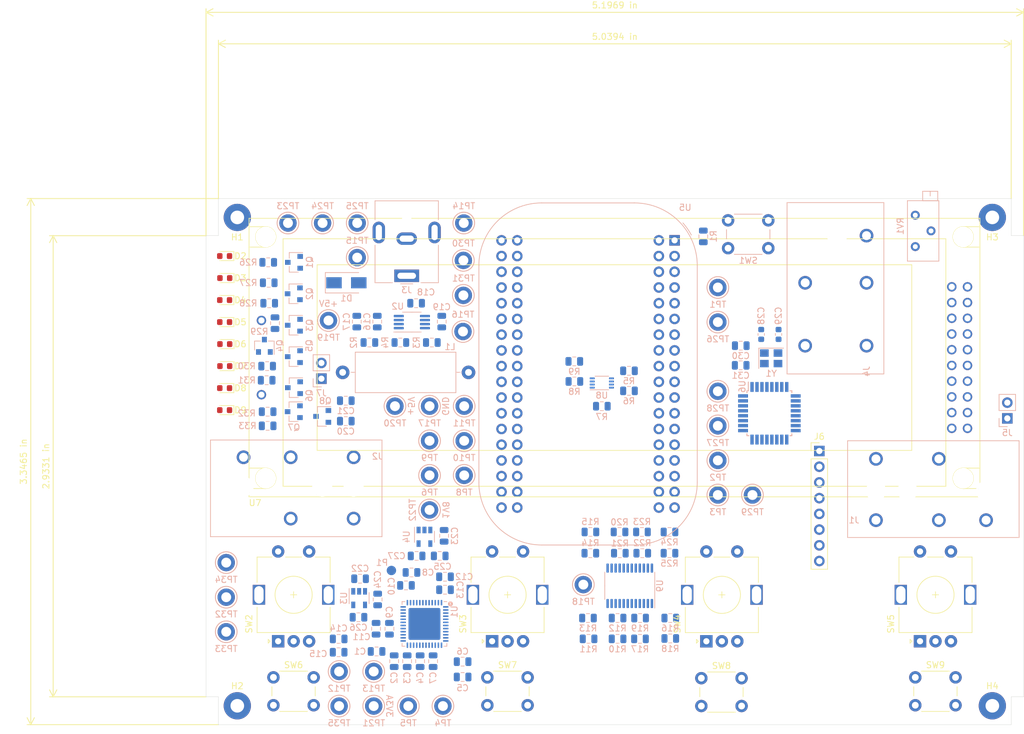
<source format=kicad_pcb>
(kicad_pcb (version 20171130) (host pcbnew 5.1.6-c6e7f7d~86~ubuntu18.04.1)
  (layers (0 F.Cu signal) (1 In1.Cu power) (2 In2.Cu power) (31 B.Cu signal) (34 B.Paste user) (35 F.Paste user) (36 B.SilkS user) (37 F.SilkS user) (38 B.Mask user) (39 F.Mask user) (44 Edge.Cuts user))
  (net 0 "")
  (net 1 3V3A)
  (net 2 GND)
  (net 3 /Audio/LINE1_LM)
  (net 4 "Net-(C5-Pad1)")
  (net 5 /Audio/LINE1_LP)
  (net 6 "Net-(C6-Pad1)")
  (net 7 +1V8)
  (net 8 /Audio/MONO_LOM)
  (net 9 "Net-(C14-Pad1)")
  (net 10 /Audio/MONO_LOP)
  (net 11 "Net-(C15-Pad1)")
  (net 12 "Net-(C16-Pad1)")
  (net 13 "Net-(C18-Pad1)")
  (net 14 "Net-(C19-Pad2)")
  (net 15 "Net-(C19-Pad1)")
  (net 16 +5V)
  (net 17 "Net-(C24-Pad1)")
  (net 18 "Net-(C25-Pad1)")
  (net 19 "Net-(C28-Pad1)")
  (net 20 "Net-(C29-Pad1)")
  (net 21 "Net-(D1-Pad2)")
  (net 22 "Net-(D2-Pad1)")
  (net 23 "Net-(D3-Pad1)")
  (net 24 "Net-(D4-Pad1)")
  (net 25 "Net-(D5-Pad1)")
  (net 26 "Net-(D6-Pad1)")
  (net 27 "Net-(D7-Pad1)")
  (net 28 "Net-(D8-Pad1)")
  (net 29 "Net-(D9-Pad1)")
  (net 30 /ExternalIO/EXP_PEDAL)
  (net 31 /ExternalIO/DISPLAY_DB3)
  (net 32 /~AIC_RESET)
  (net 33 /ExternalIO/DISPLAY_DB5)
  (net 34 /ExternalIO/DISPLAY_DB4)
  (net 35 "Net-(Q1-Pad3)")
  (net 36 /Processor/LED0)
  (net 37 "Net-(Q2-Pad3)")
  (net 38 /Processor/LED4)
  (net 39 "Net-(Q3-Pad3)")
  (net 40 /Processor/LED1)
  (net 41 "Net-(Q4-Pad3)")
  (net 42 /Processor/LED5)
  (net 43 "Net-(Q5-Pad3)")
  (net 44 /Processor/LED2)
  (net 45 "Net-(Q6-Pad3)")
  (net 46 /Processor/LED6)
  (net 47 "Net-(Q7-Pad3)")
  (net 48 /Processor/LED3)
  (net 49 "Net-(Q8-Pad3)")
  (net 50 /Processor/LED7)
  (net 51 +3V3)
  (net 52 "Net-(R2-Pad1)")
  (net 53 "Net-(R3-Pad1)")
  (net 54 /ExternalIO/ATMEGA_SDA)
  (net 55 /ExternalIO/ATMEGA_SCL)
  (net 56 "Net-(R7-Pad2)")
  (net 57 /IO_SCL)
  (net 58 /IO_SDA)
  (net 59 /ExternalIO/ENC0_A)
  (net 60 /ExternalIO/ENC1_A)
  (net 61 /ExternalIO/ENC0_B)
  (net 62 /ExternalIO/ENC1_B)
  (net 63 /ExternalIO/ENC0_SW)
  (net 64 /ExternalIO/ENC1_SW)
  (net 65 /ExternalIO/ENC2_A)
  (net 66 /ExternalIO/ENC3_A)
  (net 67 /ExternalIO/ENC2_B)
  (net 68 /ExternalIO/ENC3_B)
  (net 69 /ExternalIO/IO_SW0)
  (net 70 /ExternalIO/IO_SW1)
  (net 71 /ExternalIO/IO_SW2)
  (net 72 /ExternalIO/IO_SW3)
  (net 73 /ExternalIO/ENC2_SW)
  (net 74 /ExternalIO/ENC3_SW)
  (net 75 "Net-(RV1-Pad3)")
  (net 76 "Net-(RV1-Pad2)")
  (net 77 "Net-(U1-Pad48)")
  (net 78 "Net-(U1-Pad47)")
  (net 79 /AIC_DOUT)
  (net 80 /AIC_DIN)
  (net 81 /AIC_WCLK)
  (net 82 /AIC_BCLK)
  (net 83 /AIC_MCLK)
  (net 84 "Net-(U1-Pad35)")
  (net 85 "Net-(U1-Pad34)")
  (net 86 "Net-(U1-Pad32)")
  (net 87 "Net-(U1-Pad31)")
  (net 88 "Net-(U1-Pad30)")
  (net 89 "Net-(U1-Pad29)")
  (net 90 "Net-(U1-Pad23)")
  (net 91 "Net-(U1-Pad22)")
  (net 92 "Net-(U1-Pad19)")
  (net 93 "Net-(U1-Pad18)")
  (net 94 "Net-(U1-Pad14)")
  (net 95 "Net-(U1-Pad13)")
  (net 96 "Net-(U1-Pad12)")
  (net 97 "Net-(U1-Pad11)")
  (net 98 "Net-(U1-Pad10)")
  (net 99 "Net-(U1-Pad9)")
  (net 100 "Net-(U1-Pad8)")
  (net 101 "Net-(U1-Pad7)")
  (net 102 "Net-(U1-Pad6)")
  (net 103 "Net-(U1-Pad5)")
  (net 104 /AIC_SDA)
  (net 105 /AIC_SCL)
  (net 106 "Net-(U5-Pad37)")
  (net 107 "Net-(U5-Pad56)")
  (net 108 "Net-(U5-Pad61)")
  (net 109 "Net-(U5-Pad39)")
  (net 110 "Net-(U5-Pad71)")
  (net 111 "Net-(U5-Pad70)")
  (net 112 "Net-(U5-Pad66)")
  (net 113 "Net-(U5-Pad52)")
  (net 114 "Net-(U5-Pad60)")
  (net 115 "Net-(U5-Pad43)")
  (net 116 "Net-(U5-Pad69)")
  (net 117 "Net-(U5-Pad68)")
  (net 118 "Net-(U5-Pad65)")
  (net 119 "Net-(U5-Pad63)")
  (net 120 "Net-(U5-Pad50)")
  (net 121 "Net-(U5-Pad59)")
  (net 122 "Net-(U5-Pad41)")
  (net 123 "Net-(U5-Pad48)")
  (net 124 "Net-(U5-Pad49)")
  (net 125 "Net-(U5-Pad67)")
  (net 126 "Net-(U5-Pad72)")
  (net 127 "Net-(U5-Pad35)")
  (net 128 "Net-(U5-Pad34)")
  (net 129 "Net-(U5-Pad32)")
  (net 130 "Net-(U5-Pad31)")
  (net 131 "Net-(U5-Pad30)")
  (net 132 "Net-(U5-Pad27)")
  (net 133 "Net-(U5-Pad25)")
  (net 134 "Net-(U5-Pad24)")
  (net 135 "Net-(U5-Pad23)")
  (net 136 "Net-(U5-Pad21)")
  (net 137 "Net-(U5-Pad20)")
  (net 138 "Net-(U5-Pad19)")
  (net 139 "Net-(U5-Pad13)")
  (net 140 "Net-(U5-Pad12)")
  (net 141 "Net-(U5-Pad11)")
  (net 142 "Net-(U5-Pad10)")
  (net 143 "Net-(U5-Pad9)")
  (net 144 "Net-(U5-Pad8)")
  (net 145 "Net-(U5-Pad7)")
  (net 146 "Net-(U5-Pad6)")
  (net 147 "Net-(U5-Pad5)")
  (net 148 "Net-(U5-Pad4)")
  (net 149 "Net-(U5-Pad3)")
  (net 150 "Net-(U5-Pad2)")
  (net 151 /ExternalIO/~DISPLAY_WR)
  (net 152 /ExternalIO/DISPLAY_DB7)
  (net 153 /ExternalIO/DISPLAY_DB6)
  (net 154 /ExternalIO/~IO_INT)
  (net 155 "Net-(U6-Pad25)")
  (net 156 "Net-(U6-Pad24)")
  (net 157 "Net-(U6-Pad23)")
  (net 158 "Net-(U6-Pad22)")
  (net 159 /ExternalIO/DISPLAY_DB2)
  (net 160 /ExternalIO/DISPLAY_DB1)
  (net 161 /ExternalIO/DISPLAY_DB0)
  (net 162 "Net-(U6-Pad11)")
  (net 163 /ExternalIO/DISPLAY_FS)
  (net 164 /ExternalIO/~DISPLAY_CD)
  (net 165 /ExternalIO/~DISPLAY_CE)
  (net 166 /ExternalIO/~DISPLAY_RD)
  (net 167 "Net-(Y1-Pad4)")
  (net 168 "Net-(Y1-Pad2)")
  (net 169 "Net-(J1-PadRN)")
  (net 170 "Net-(J1-PadTN)")
  (net 171 "Net-(J2-PadRN)")
  (net 172 "Net-(J2-PadTN)")
  (net 173 "Net-(J4-PadRN)")
  (net 174 "Net-(J4-PadTN)")
  (net 175 "Net-(J5-Pad1)")
  (net 176 "Net-(J6-Pad8)")
  (net 177 "Net-(J6-Pad1)")
  (net 178 GNDA)
  (net 179 "Net-(C20-Pad1)")
  (module MountingHole:MountingHole_2.2mm_M2_Pad (layer F.Cu) (at 171.952 106.952)
    (fp_text reference H4 (at 0 -3.2) (layer F.SilkS))
    (fp_text value MountingHole_Pad)
    (pad 1 thru_hole circle (at 0 0) (size 4.4 4.4) (drill 2.2) (layers *.Cu *.Mask) (net 2 GND))
  )
  (module MountingHole:MountingHole_2.2mm_M2_Pad (layer F.Cu) (at 171.952 28.048)
    (fp_text reference H3 (at 0 3.194) (layer F.SilkS))
    (fp_text value MountingHole_Pad)
    (pad 1 thru_hole circle (at 0 0) (size 4.4 4.4) (drill 2.2) (layers *.Cu *.Mask) (net 2 GND))
  )
  (module MountingHole:MountingHole_2.2mm_M2_Pad (layer F.Cu) (at 50.048 106.952)
    (fp_text reference H2 (at 0 -3.2) (layer F.SilkS))
    (fp_text value MountingHole_Pad)
    (pad 1 thru_hole circle (at 0 0) (size 4.4 4.4) (drill 2.2) (layers *.Cu *.Mask) (net 2 GND))
  )
  (module MountingHole:MountingHole_2.2mm_M2_Pad (layer F.Cu) (at 50.048 28.048)
    (fp_text reference H1 (at -0.01 3.194) (layer F.SilkS))
    (fp_text value MountingHole_Pad)
    (pad 1 thru_hole circle (at 0 0) (size 4.4 4.4) (drill 2.2) (layers *.Cu *.Mask) (net 2 GND))
  )
  (module Connector_PinHeader_2.54mm:PinHeader_1x02_P2.54mm_Vertical (layer B.Cu) (at 63.627 54.102)
    (fp_text reference J7 (at 0 2.33) (layer B.SilkS) (effects (justify mirror)))
    (fp_text value Conn_01x02)
    (pad 2 thru_hole oval (at 0 -2.54) (size 1.7 1.7) (drill 1) (layers *.Cu *.Mask) (net 16 +5V))
    (pad 1 thru_hole rect (at 0 0) (size 1.7 1.7) (drill 1) (layers *.Cu *.Mask) (net 179 "Net-(C20-Pad1)"))
  )
  (module Capacitor_SMD:C_0805_2012Metric (layer B.Cu) (at 131.318 51.943)
    (fp_text reference C31 (at 0 1.65) (layer B.SilkS) (effects (justify mirror)))
    (fp_text value 0.1uF)
    (pad 2 smd roundrect (at 0.9375 0) (size 0.975 1.4) (layers B.Cu B.Paste B.Mask) (net 16 +5V))
    (pad 1 smd roundrect (at -0.9375 0) (size 0.975 1.4) (layers B.Cu B.Paste B.Mask) (net 2 GND))
  )
  (module Capacitor_SMD:C_0805_2012Metric (layer B.Cu) (at 131.333 48.768)
    (fp_text reference C30 (at 0 1.65) (layer B.SilkS) (effects (justify mirror)))
    (fp_text value 1uF)
    (pad 2 smd roundrect (at 0.9375 0) (size 0.975 1.4) (layers B.Cu B.Paste B.Mask) (net 16 +5V))
    (pad 1 smd roundrect (at -0.9375 0) (size 0.975 1.4) (layers B.Cu B.Paste B.Mask) (net 2 GND))
  )
  (module Whitebox:star_ground (layer B.Cu) (at 74.93 85.09)
    (fp_text reference P1 (at -1.524 -1.27) (layer B.SilkS) (effects (justify mirror)))
    (fp_text value star_ground)
    (pad 1 smd circle (at 0 0) (size 1.524 1.524) (layers B.Cu B.Paste B.Mask) (net 2 GND))
  )
  (module Whitebox:NHD-24064CZ-FSW-GBW (layer F.Cu) (at 51.943 28.194)
    (fp_text reference U7 (at 0.975001 45.974) (layer F.SilkS))
    (fp_text value NHD-24064CZ-FSW-GBW)
    (pad "" np_thru_hole circle (at 115.3 42) (size 3.3 3.3) (drill 3.3) (layers *.Cu *.Mask))
    (pad "" np_thru_hole circle (at 2.7 42) (size 3.3 3.3) (drill 3.3) (layers *.Cu *.Mask))
    (pad "" np_thru_hole circle (at 2.7 3) (size 3.3 3.3) (drill 3.3) (layers *.Cu *.Mask))
    (pad "" np_thru_hole circle (at 115.3 3) (size 3.3 3.3) (drill 3.3) (layers *.Cu *.Mask))
    (pad "" thru_hole circle (at 2 28.5) (size 1.524 1.524) (drill 1) (layers *.Cu *.Mask))
    (pad "" thru_hole circle (at 2 16.5) (size 1.524 1.524) (drill 1) (layers *.Cu *.Mask))
    (pad 1 thru_hole circle (at 113.46 11.07) (size 1.524 1.524) (drill 1) (layers *.Cu *.Mask) (net 2 GND))
    (pad 2 thru_hole circle (at 116 11.07) (size 1.524 1.524) (drill 1) (layers *.Cu *.Mask) (net 2 GND))
    (pad 3 thru_hole circle (at 113.46 13.61) (size 1.524 1.524) (drill 1) (layers *.Cu *.Mask) (net 16 +5V))
    (pad 4 thru_hole circle (at 116 13.61) (size 1.524 1.524) (drill 1) (layers *.Cu *.Mask) (net 76 "Net-(RV1-Pad2)"))
    (pad 5 thru_hole circle (at 113.46 16.15) (size 1.524 1.524) (drill 1) (layers *.Cu *.Mask) (net 151 /ExternalIO/~DISPLAY_WR))
    (pad 6 thru_hole circle (at 116 16.15) (size 1.524 1.524) (drill 1) (layers *.Cu *.Mask) (net 166 /ExternalIO/~DISPLAY_RD))
    (pad 7 thru_hole circle (at 113.46 18.69) (size 1.524 1.524) (drill 1) (layers *.Cu *.Mask) (net 165 /ExternalIO/~DISPLAY_CE))
    (pad 8 thru_hole circle (at 116 18.69) (size 1.524 1.524) (drill 1) (layers *.Cu *.Mask) (net 164 /ExternalIO/~DISPLAY_CD))
    (pad 9 thru_hole circle (at 113.46 21.23) (size 1.524 1.524) (drill 1) (layers *.Cu *.Mask) (net 75 "Net-(RV1-Pad3)"))
    (pad 10 thru_hole circle (at 116 21.23) (size 1.524 1.524) (drill 1) (layers *.Cu *.Mask) (net 32 /~AIC_RESET))
    (pad 11 thru_hole circle (at 113.46 23.77) (size 1.524 1.524) (drill 1) (layers *.Cu *.Mask) (net 161 /ExternalIO/DISPLAY_DB0))
    (pad 12 thru_hole circle (at 116 23.77) (size 1.524 1.524) (drill 1) (layers *.Cu *.Mask) (net 160 /ExternalIO/DISPLAY_DB1))
    (pad 13 thru_hole circle (at 113.46 26.31) (size 1.524 1.524) (drill 1) (layers *.Cu *.Mask) (net 159 /ExternalIO/DISPLAY_DB2))
    (pad 14 thru_hole circle (at 116 26.31) (size 1.524 1.524) (drill 1) (layers *.Cu *.Mask) (net 31 /ExternalIO/DISPLAY_DB3))
    (pad 15 thru_hole circle (at 113.46 28.85) (size 1.524 1.524) (drill 1) (layers *.Cu *.Mask) (net 34 /ExternalIO/DISPLAY_DB4))
    (pad 16 thru_hole circle (at 116 28.85) (size 1.524 1.524) (drill 1) (layers *.Cu *.Mask) (net 33 /ExternalIO/DISPLAY_DB5))
    (pad 17 thru_hole circle (at 113.46 31.39) (size 1.524 1.524) (drill 1) (layers *.Cu *.Mask) (net 153 /ExternalIO/DISPLAY_DB6))
    (pad 18 thru_hole circle (at 116 31.39) (size 1.524 1.524) (drill 1) (layers *.Cu *.Mask) (net 152 /ExternalIO/DISPLAY_DB7))
    (pad 19 thru_hole circle (at 113.46 33.93) (size 1.524 1.524) (drill 1) (layers *.Cu *.Mask) (net 163 /ExternalIO/DISPLAY_FS))
    (pad 20 thru_hole circle (at 116 33.93) (size 1.524 1.524) (drill 1) (layers *.Cu *.Mask) (net 175 "Net-(J5-Pad1)"))
  )
  (module Whitebox:SN37A14B (layer B.Cu) (at 151.638 48.768 90)
    (fp_text reference J4 (at -4.154 0 270) (layer B.SilkS) (effects (justify mirror)))
    (fp_text value AudioJack3_SwitchTR)
    (pad "" np_thru_hole circle (at 17.78 -4.7498 90) (size 3.2512 3.2512) (drill 3.2512) (layers *.Cu *.Mask))
    (pad "" np_thru_hole circle (at 5.08 -4.7498 90) (size 3.2512 3.2512) (drill 3.2512) (layers *.Cu *.Mask))
    (pad "" np_thru_hole circle (at 0 -4.7498 90) (size 3.2512 3.2512) (drill 3.2512) (layers *.Cu *.Mask))
    (pad RN thru_hole circle (at 10.16 -9.906 90) (size 2.2098 2.2098) (drill 1.4478) (layers *.Cu *.Mask) (net 173 "Net-(J4-PadRN)"))
    (pad TN thru_hole circle (at 0 -9.906 90) (size 2.2098 2.2098) (drill 1.4478) (layers *.Cu *.Mask) (net 174 "Net-(J4-PadTN)"))
    (pad S thru_hole circle (at 17.78 0) (size 2.2098 2.2098) (drill 1.4478) (layers *.Cu *.Mask) (net 2 GND))
    (pad R thru_hole circle (at 10.16 0 90) (size 2.2098 2.2098) (drill 1.4478) (layers *.Cu *.Mask) (net 16 +5V))
    (pad T thru_hole circle (at 0 0 90) (size 2.2098 2.2098) (drill 1.4478) (layers *.Cu *.Mask) (net 30 /ExternalIO/EXP_PEDAL))
  )
  (module Whitebox:SN37A14B (layer B.Cu) (at 153.162 76.962)
    (fp_text reference J1 (at -3.556 0) (layer B.SilkS) (effects (justify mirror)))
    (fp_text value AudioJack3_SwitchTR)
    (pad "" np_thru_hole circle (at 17.78 -4.7498) (size 3.2512 3.2512) (drill 3.2512) (layers *.Cu *.Mask))
    (pad "" np_thru_hole circle (at 5.08 -4.7498) (size 3.2512 3.2512) (drill 3.2512) (layers *.Cu *.Mask))
    (pad "" np_thru_hole circle (at 0 -4.7498) (size 3.2512 3.2512) (drill 3.2512) (layers *.Cu *.Mask))
    (pad RN thru_hole circle (at 10.16 -9.906) (size 2.2098 2.2098) (drill 1.4478) (layers *.Cu *.Mask) (net 169 "Net-(J1-PadRN)"))
    (pad TN thru_hole circle (at 0 -9.906) (size 2.2098 2.2098) (drill 1.4478) (layers *.Cu *.Mask) (net 170 "Net-(J1-PadTN)"))
    (pad S thru_hole circle (at 17.78 0 270) (size 2.2098 2.2098) (drill 1.4478) (layers *.Cu *.Mask) (net 178 GNDA))
    (pad R thru_hole circle (at 10.16 0) (size 2.2098 2.2098) (drill 1.4478) (layers *.Cu *.Mask) (net 4 "Net-(C5-Pad1)"))
    (pad T thru_hole circle (at 0 0) (size 2.2098 2.2098) (drill 1.4478) (layers *.Cu *.Mask) (net 6 "Net-(C6-Pad1)"))
  )
  (module Whitebox:SN37A14B (layer B.Cu) (at 68.834 66.802 180)
    (fp_text reference J2 (at -3.81 0.15) (layer B.SilkS) (effects (justify mirror)))
    (fp_text value AudioJack3_SwitchTR)
    (pad "" np_thru_hole circle (at 17.78 -4.7498 180) (size 3.2512 3.2512) (drill 3.2512) (layers *.Cu *.Mask))
    (pad "" np_thru_hole circle (at 5.08 -4.7498 180) (size 3.2512 3.2512) (drill 3.2512) (layers *.Cu *.Mask))
    (pad "" np_thru_hole circle (at 0 -4.7498 180) (size 3.2512 3.2512) (drill 3.2512) (layers *.Cu *.Mask))
    (pad RN thru_hole circle (at 10.16 -9.906 180) (size 2.2098 2.2098) (drill 1.4478) (layers *.Cu *.Mask) (net 171 "Net-(J2-PadRN)"))
    (pad TN thru_hole circle (at 0 -9.906 180) (size 2.2098 2.2098) (drill 1.4478) (layers *.Cu *.Mask) (net 172 "Net-(J2-PadTN)"))
    (pad S thru_hole circle (at 17.78 0 90) (size 2.2098 2.2098) (drill 1.4478) (layers *.Cu *.Mask) (net 178 GNDA))
    (pad R thru_hole circle (at 10.16 0 180) (size 2.2098 2.2098) (drill 1.4478) (layers *.Cu *.Mask) (net 9 "Net-(C14-Pad1)"))
    (pad T thru_hole circle (at 0 0 180) (size 2.2098 2.2098) (drill 1.4478) (layers *.Cu *.Mask) (net 11 "Net-(C15-Pad1)"))
  )
  (module TestPoint:TestPoint_Keystone_5010-5014_Multipurpose (layer B.Cu) (at 66.4845 106.9975)
    (fp_text reference TP35 (at 0 2.75) (layer B.SilkS) (effects (justify mirror)))
    (fp_text value TestPoint)
    (pad 1 thru_hole circle (at 0 0) (size 2.8 2.8) (drill 1.6) (layers *.Cu *.Mask) (net 69 /ExternalIO/IO_SW0))
  )
  (module TestPoint:TestPoint_Keystone_5010-5014_Multipurpose (layer B.Cu) (at 48.26 83.82)
    (fp_text reference TP34 (at 0 2.75) (layer B.SilkS) (effects (justify mirror)))
    (fp_text value TestPoint)
    (pad 1 thru_hole circle (at 0 0) (size 2.8 2.8) (drill 1.6) (layers *.Cu *.Mask) (net 63 /ExternalIO/ENC0_SW))
  )
  (module TestPoint:TestPoint_Keystone_5010-5014_Multipurpose (layer B.Cu) (at 48.26 94.996)
    (fp_text reference TP33 (at 0 2.75) (layer B.SilkS) (effects (justify mirror)))
    (fp_text value TestPoint)
    (pad 1 thru_hole circle (at 0 0) (size 2.8 2.8) (drill 1.6) (layers *.Cu *.Mask) (net 59 /ExternalIO/ENC0_A))
  )
  (module TestPoint:TestPoint_Keystone_5010-5014_Multipurpose (layer B.Cu) (at 48.26 89.408)
    (fp_text reference TP32 (at 0 2.75) (layer B.SilkS) (effects (justify mirror)))
    (fp_text value TestPoint)
    (pad 1 thru_hole circle (at 0 0) (size 2.8 2.8) (drill 1.6) (layers *.Cu *.Mask) (net 61 /ExternalIO/ENC0_B))
  )
  (module TestPoint:TestPoint_Keystone_5010-5014_Multipurpose (layer B.Cu) (at 86.5505 40.64 180)
    (fp_text reference TP31 (at 0 2.75) (layer B.SilkS) (effects (justify mirror)))
    (fp_text value TestPoint)
    (pad 1 thru_hole circle (at 0 0 180) (size 2.8 2.8) (drill 1.6) (layers *.Cu *.Mask) (net 58 /IO_SDA))
  )
  (module TestPoint:TestPoint_Keystone_5010-5014_Multipurpose (layer B.Cu) (at 86.5505 34.9885 180)
    (fp_text reference TP30 (at 0 2.75) (layer B.SilkS) (effects (justify mirror)))
    (fp_text value TestPoint)
    (pad 1 thru_hole circle (at 0 0 180) (size 2.8 2.8) (drill 1.6) (layers *.Cu *.Mask) (net 57 /IO_SCL))
  )
  (module TestPoint:TestPoint_Keystone_5010-5014_Multipurpose (layer B.Cu) (at 133.223 72.898)
    (fp_text reference TP29 (at 0 2.75) (layer B.SilkS) (effects (justify mirror)))
    (fp_text value TestPoint)
    (pad 1 thru_hole circle (at 0 0) (size 2.8 2.8) (drill 1.6) (layers *.Cu *.Mask) (net 30 /ExternalIO/EXP_PEDAL))
  )
  (module TestPoint:TestPoint_Keystone_5010-5014_Multipurpose (layer B.Cu) (at 127.635 56.134)
    (fp_text reference TP28 (at 0 2.75) (layer B.SilkS) (effects (justify mirror)))
    (fp_text value TestPoint)
    (pad 1 thru_hole circle (at 0 0) (size 2.8 2.8) (drill 1.6) (layers *.Cu *.Mask) (net 54 /ExternalIO/ATMEGA_SDA))
  )
  (module TestPoint:TestPoint_Keystone_5010-5014_Multipurpose (layer B.Cu) (at 127.635 61.722)
    (fp_text reference TP27 (at 0 2.75) (layer B.SilkS) (effects (justify mirror)))
    (fp_text value TestPoint)
    (pad 1 thru_hole circle (at 0 0) (size 2.8 2.8) (drill 1.6) (layers *.Cu *.Mask) (net 55 /ExternalIO/ATMEGA_SCL))
  )
  (module TestPoint:TestPoint_Keystone_5010-5014_Multipurpose (layer B.Cu) (at 127.635 44.958)
    (fp_text reference TP26 (at 0 2.75) (layer B.SilkS) (effects (justify mirror)))
    (fp_text value TestPoint)
    (pad 1 thru_hole circle (at 0 0) (size 2.8 2.8) (drill 1.6) (layers *.Cu *.Mask) (net 51 +3V3))
  )
  (module TestPoint:TestPoint_Keystone_5010-5014_Multipurpose (layer B.Cu) (at 69.4055 28.956 180)
    (fp_text reference TP25 (at 0 2.75) (layer B.SilkS) (effects (justify mirror)))
    (fp_text value TestPoint)
    (pad 1 thru_hole circle (at 0 0 180) (size 2.8 2.8) (drill 1.6) (layers *.Cu *.Mask) (net 36 /Processor/LED0))
  )
  (module TestPoint:TestPoint_Keystone_5010-5014_Multipurpose (layer B.Cu) (at 63.8175 28.956 180)
    (fp_text reference TP24 (at 0 2.75) (layer B.SilkS) (effects (justify mirror)))
    (fp_text value TestPoint)
    (pad 1 thru_hole circle (at 0 0 180) (size 2.8 2.8) (drill 1.6) (layers *.Cu *.Mask) (net 35 "Net-(Q1-Pad3)"))
  )
  (module TestPoint:TestPoint_Keystone_5010-5014_Multipurpose (layer B.Cu) (at 58.2295 28.956 180)
    (fp_text reference TP23 (at 0 2.75) (layer B.SilkS) (effects (justify mirror)))
    (fp_text value TestPoint)
    (pad 1 thru_hole circle (at 0 0 180) (size 2.8 2.8) (drill 1.6) (layers *.Cu *.Mask) (net 22 "Net-(D2-Pad1)"))
  )
  (module TestPoint:TestPoint_Keystone_5010-5014_Multipurpose (layer B.Cu) (at 81.0895 75.311 270)
    (fp_text reference TP22 (at 0 2.75 90) (layer B.SilkS) (effects (justify mirror)))
    (fp_text value TestPoint)
    (pad 1 thru_hole circle (at 0 0 270) (size 2.8 2.8) (drill 1.6) (layers *.Cu *.Mask) (net 7 +1V8))
  )
  (module TestPoint:TestPoint_Keystone_5010-5014_Multipurpose (layer B.Cu) (at 72.0725 106.9975)
    (fp_text reference TP21 (at 0 2.75) (layer B.SilkS) (effects (justify mirror)))
    (fp_text value TestPoint)
    (pad 1 thru_hole circle (at 0 0) (size 2.8 2.8) (drill 1.6) (layers *.Cu *.Mask) (net 1 3V3A))
  )
  (module TestPoint:TestPoint_Keystone_5010-5014_Multipurpose (layer B.Cu) (at 75.5015 58.547)
    (fp_text reference TP20 (at 0 2.75) (layer B.SilkS) (effects (justify mirror)))
    (fp_text value TestPoint)
    (pad 1 thru_hole circle (at 0 0) (size 2.8 2.8) (drill 1.6) (layers *.Cu *.Mask) (net 179 "Net-(C20-Pad1)"))
  )
  (module TestPoint:TestPoint_Keystone_5010-5014_Multipurpose (layer B.Cu) (at 64.77 44.704)
    (fp_text reference TP19 (at 0 2.75) (layer B.SilkS) (effects (justify mirror)))
    (fp_text value TestPoint)
    (pad 1 thru_hole circle (at 0 0) (size 2.8 2.8) (drill 1.6) (layers *.Cu *.Mask) (net 179 "Net-(C20-Pad1)"))
  )
  (module TestPoint:TestPoint_Keystone_5010-5014_Multipurpose (layer B.Cu) (at 105.918 87.376)
    (fp_text reference TP18 (at 0 2.75) (layer B.SilkS) (effects (justify mirror)))
    (fp_text value TestPoint)
    (pad 1 thru_hole circle (at 0 0) (size 2.8 2.8) (drill 1.6) (layers *.Cu *.Mask) (net 2 GND))
  )
  (module TestPoint:TestPoint_Keystone_5010-5014_Multipurpose (layer B.Cu) (at 81.0895 58.547)
    (fp_text reference TP17 (at 0 2.75) (layer B.SilkS) (effects (justify mirror)))
    (fp_text value TestPoint)
    (pad 1 thru_hole circle (at 0 0) (size 2.8 2.8) (drill 1.6) (layers *.Cu *.Mask) (net 2 GND))
  )
  (module TestPoint:TestPoint_Keystone_5010-5014_Multipurpose (layer B.Cu) (at 86.487 46.482 180)
    (fp_text reference TP16 (at 0 2.75) (layer B.SilkS) (effects (justify mirror)))
    (fp_text value TestPoint)
    (pad 1 thru_hole circle (at 0 0 180) (size 2.8 2.8) (drill 1.6) (layers *.Cu *.Mask) (net 53 "Net-(R3-Pad1)"))
  )
  (module TestPoint:TestPoint_Keystone_5010-5014_Multipurpose (layer B.Cu) (at 69.4055 34.544 180)
    (fp_text reference TP15 (at 0 2.75) (layer B.SilkS) (effects (justify mirror)))
    (fp_text value TestPoint)
    (pad 1 thru_hole circle (at 0 0 180) (size 2.8 2.8) (drill 1.6) (layers *.Cu *.Mask) (net 12 "Net-(C16-Pad1)"))
  )
  (module TestPoint:TestPoint_Keystone_5010-5014_Multipurpose (layer B.Cu) (at 86.614 28.956 180)
    (fp_text reference TP14 (at 0 2.75) (layer B.SilkS) (effects (justify mirror)))
    (fp_text value TestPoint)
    (pad 1 thru_hole circle (at 0 0 180) (size 2.8 2.8) (drill 1.6) (layers *.Cu *.Mask) (net 21 "Net-(D1-Pad2)"))
  )
  (module TestPoint:TestPoint_Keystone_5010-5014_Multipurpose (layer B.Cu) (at 72.0725 101.4095)
    (fp_text reference TP13 (at 0 2.75) (layer B.SilkS) (effects (justify mirror)))
    (fp_text value TestPoint)
    (pad 1 thru_hole circle (at 0 0) (size 2.8 2.8) (drill 1.6) (layers *.Cu *.Mask) (net 10 /Audio/MONO_LOP))
  )
  (module TestPoint:TestPoint_Keystone_5010-5014_Multipurpose (layer B.Cu) (at 66.4845 101.4095)
    (fp_text reference TP12 (at 0 2.75) (layer B.SilkS) (effects (justify mirror)))
    (fp_text value TestPoint)
    (pad 1 thru_hole circle (at 0 0) (size 2.8 2.8) (drill 1.6) (layers *.Cu *.Mask) (net 8 /Audio/MONO_LOM))
  )
  (module TestPoint:TestPoint_Keystone_5010-5014_Multipurpose (layer B.Cu) (at 86.6775 58.547)
    (fp_text reference TP11 (at 0 2.75) (layer B.SilkS) (effects (justify mirror)))
    (fp_text value TestPoint)
    (pad 1 thru_hole circle (at 0 0) (size 2.8 2.8) (drill 1.6) (layers *.Cu *.Mask) (net 79 /AIC_DOUT))
  )
  (module TestPoint:TestPoint_Keystone_5010-5014_Multipurpose (layer B.Cu) (at 86.6775 64.135)
    (fp_text reference TP10 (at 0 2.75) (layer B.SilkS) (effects (justify mirror)))
    (fp_text value TestPoint)
    (pad 1 thru_hole circle (at 0 0) (size 2.8 2.8) (drill 1.6) (layers *.Cu *.Mask) (net 81 /AIC_WCLK))
  )
  (module TestPoint:TestPoint_Keystone_5010-5014_Multipurpose (layer B.Cu) (at 81.0895 64.135)
    (fp_text reference TP9 (at 0 2.75) (layer B.SilkS) (effects (justify mirror)))
    (fp_text value TestPoint)
    (pad 1 thru_hole circle (at 0 0) (size 2.8 2.8) (drill 1.6) (layers *.Cu *.Mask) (net 80 /AIC_DIN))
  )
  (module TestPoint:TestPoint_Keystone_5010-5014_Multipurpose (layer B.Cu) (at 86.6775 69.723)
    (fp_text reference TP8 (at 0 2.75) (layer B.SilkS) (effects (justify mirror)))
    (fp_text value TestPoint)
    (pad 1 thru_hole circle (at 0 0) (size 2.8 2.8) (drill 1.6) (layers *.Cu *.Mask) (net 83 /AIC_MCLK))
  )
  (module TestPoint:TestPoint_Keystone_5010-5014_Multipurpose (layer B.Cu) (at 81.0895 69.723)
    (fp_text reference TP6 (at 0 2.75) (layer B.SilkS) (effects (justify mirror)))
    (fp_text value TestPoint)
    (pad 1 thru_hole circle (at 0 0) (size 2.8 2.8) (drill 1.6) (layers *.Cu *.Mask) (net 82 /AIC_BCLK))
  )
  (module TestPoint:TestPoint_Keystone_5010-5014_Multipurpose (layer B.Cu) (at 77.6605 106.9975)
    (fp_text reference TP5 (at 0 2.75) (layer B.SilkS) (effects (justify mirror)))
    (fp_text value TestPoint)
    (pad 1 thru_hole circle (at 0 0) (size 2.8 2.8) (drill 1.6) (layers *.Cu *.Mask) (net 5 /Audio/LINE1_LP))
  )
  (module TestPoint:TestPoint_Keystone_5010-5014_Multipurpose (layer B.Cu) (at 83.2485 106.9975)
    (fp_text reference TP4 (at 0 2.75) (layer B.SilkS) (effects (justify mirror)))
    (fp_text value TestPoint)
    (pad 1 thru_hole circle (at 0 0) (size 2.8 2.8) (drill 1.6) (layers *.Cu *.Mask) (net 3 /Audio/LINE1_LM))
  )
  (module TestPoint:TestPoint_Keystone_5010-5014_Multipurpose (layer B.Cu) (at 127.635 72.898)
    (fp_text reference TP3 (at 0 2.75) (layer B.SilkS) (effects (justify mirror)))
    (fp_text value TestPoint)
    (pad 1 thru_hole circle (at 0 0) (size 2.8 2.8) (drill 1.6) (layers *.Cu *.Mask) (net 104 /AIC_SDA))
  )
  (module TestPoint:TestPoint_Keystone_5010-5014_Multipurpose (layer B.Cu) (at 127.635 67.31)
    (fp_text reference TP2 (at 0 2.75) (layer B.SilkS) (effects (justify mirror)))
    (fp_text value TestPoint)
    (pad 1 thru_hole circle (at 0 0) (size 2.8 2.8) (drill 1.6) (layers *.Cu *.Mask) (net 105 /AIC_SCL))
  )
  (module TestPoint:TestPoint_Keystone_5010-5014_Multipurpose (layer B.Cu) (at 127.635 39.37)
    (fp_text reference TP1 (at 0 2.75) (layer B.SilkS) (effects (justify mirror)))
    (fp_text value TestPoint)
    (pad 1 thru_hole circle (at 0 0) (size 2.8 2.8) (drill 1.6) (layers *.Cu *.Mask) (net 32 /~AIC_RESET))
  )
  (module Inductor_THT:L_Axial_L16.0mm_D6.3mm_P20.32mm_Horizontal_Fastron_VHBCC (layer B.Cu) (at 87.376 53.086 180)
    (fp_text reference L1 (at 2.9845 4.1275 180) (layer B.SilkS) (effects (justify mirror)))
    (fp_text value 22uH)
    (pad 1 thru_hole circle (at 0 0 180) (size 2.2 2.2) (drill 1.1) (layers *.Cu *.Mask) (net 15 "Net-(C19-Pad1)"))
    (pad 2 thru_hole oval (at 20.32 0 180) (size 2.2 2.2) (drill 1.1) (layers *.Cu *.Mask) (net 179 "Net-(C20-Pad1)"))
  )
  (module Connector_PinHeader_2.54mm:PinHeader_1x08_P2.54mm_Vertical (layer F.Cu) (at 144.018 65.786)
    (fp_text reference J6 (at 0 -2.33) (layer F.SilkS))
    (fp_text value Conn_01x08)
    (pad 8 thru_hole oval (at 0 17.78) (size 1.7 1.7) (drill 1) (layers *.Cu *.Mask) (net 176 "Net-(J6-Pad8)"))
    (pad 7 thru_hole oval (at 0 15.24) (size 1.7 1.7) (drill 1) (layers *.Cu *.Mask) (net 31 /ExternalIO/DISPLAY_DB3))
    (pad 6 thru_hole oval (at 0 12.7) (size 1.7 1.7) (drill 1) (layers *.Cu *.Mask) (net 32 /~AIC_RESET))
    (pad 5 thru_hole oval (at 0 10.16) (size 1.7 1.7) (drill 1) (layers *.Cu *.Mask) (net 33 /ExternalIO/DISPLAY_DB5))
    (pad 4 thru_hole oval (at 0 7.62) (size 1.7 1.7) (drill 1) (layers *.Cu *.Mask) (net 34 /ExternalIO/DISPLAY_DB4))
    (pad 3 thru_hole oval (at 0 5.08) (size 1.7 1.7) (drill 1) (layers *.Cu *.Mask) (net 2 GND))
    (pad 2 thru_hole oval (at 0 2.54) (size 1.7 1.7) (drill 1) (layers *.Cu *.Mask) (net 16 +5V))
    (pad 1 thru_hole rect (at 0 0) (size 1.7 1.7) (drill 1) (layers *.Cu *.Mask) (net 177 "Net-(J6-Pad1)"))
  )
  (module Connector_PinHeader_2.54mm:PinHeader_1x02_P2.54mm_Vertical (layer B.Cu) (at 174.371 60.5155)
    (fp_text reference J5 (at 0 2.33) (layer B.SilkS) (effects (justify mirror)))
    (fp_text value Conn_01x02)
    (pad 2 thru_hole oval (at 0 -2.54) (size 1.7 1.7) (drill 1) (layers *.Cu *.Mask) (net 16 +5V))
    (pad 1 thru_hole rect (at 0 0) (size 1.7 1.7) (drill 1) (layers *.Cu *.Mask) (net 175 "Net-(J5-Pad1)"))
  )
  (module Crystal:Crystal_SMD_Abracon_ABM8G-4Pin_3.2x2.5mm (layer B.Cu) (at 136.243 50.8135)
    (fp_text reference Y1 (at 0 2.45) (layer B.SilkS) (effects (justify mirror)))
    (fp_text value Crystal_GND24_Small)
    (pad 4 smd rect (at -1.1 0.85) (size 1.4 1.2) (layers B.Cu B.Paste B.Mask) (net 167 "Net-(Y1-Pad4)"))
    (pad 3 smd rect (at 1.1 0.85) (size 1.4 1.2) (layers B.Cu B.Paste B.Mask) (net 20 "Net-(C29-Pad1)"))
    (pad 2 smd rect (at 1.1 -0.85) (size 1.4 1.2) (layers B.Cu B.Paste B.Mask) (net 168 "Net-(Y1-Pad2)"))
    (pad 1 smd rect (at -1.1 -0.85) (size 1.4 1.2) (layers B.Cu B.Paste B.Mask) (net 19 "Net-(C28-Pad1)"))
  )
  (module Package_SO:TSSOP-24_4.4x7.8mm_P0.65mm (layer B.Cu) (at 113.411 87.5665 90)
    (fp_text reference U9 (at 0 4.85 270) (layer B.SilkS) (effects (justify mirror)))
    (fp_text value TCA6416APWR)
    (pad 24 smd roundrect (at 2.8625 3.575 90) (size 1.475 0.4) (layers B.Cu B.Paste B.Mask) (net 16 +5V))
    (pad 23 smd roundrect (at 2.8625 2.925 90) (size 1.475 0.4) (layers B.Cu B.Paste B.Mask) (net 54 /ExternalIO/ATMEGA_SDA))
    (pad 22 smd roundrect (at 2.8625 2.275 90) (size 1.475 0.4) (layers B.Cu B.Paste B.Mask) (net 55 /ExternalIO/ATMEGA_SCL))
    (pad 21 smd roundrect (at 2.8625 1.625 90) (size 1.475 0.4) (layers B.Cu B.Paste B.Mask) (net 2 GND))
    (pad 20 smd roundrect (at 2.8625 0.975 90) (size 1.475 0.4) (layers B.Cu B.Paste B.Mask) (net 74 /ExternalIO/ENC3_SW))
    (pad 19 smd roundrect (at 2.8625 0.325 90) (size 1.475 0.4) (layers B.Cu B.Paste B.Mask) (net 73 /ExternalIO/ENC2_SW))
    (pad 18 smd roundrect (at 2.8625 -0.325 90) (size 1.475 0.4) (layers B.Cu B.Paste B.Mask) (net 72 /ExternalIO/IO_SW3))
    (pad 17 smd roundrect (at 2.8625 -0.975 90) (size 1.475 0.4) (layers B.Cu B.Paste B.Mask) (net 71 /ExternalIO/IO_SW2))
    (pad 16 smd roundrect (at 2.8625 -1.625 90) (size 1.475 0.4) (layers B.Cu B.Paste B.Mask) (net 70 /ExternalIO/IO_SW1))
    (pad 15 smd roundrect (at 2.8625 -2.275 90) (size 1.475 0.4) (layers B.Cu B.Paste B.Mask) (net 69 /ExternalIO/IO_SW0))
    (pad 14 smd roundrect (at 2.8625 -2.925 90) (size 1.475 0.4) (layers B.Cu B.Paste B.Mask) (net 64 /ExternalIO/ENC1_SW))
    (pad 13 smd roundrect (at 2.8625 -3.575 90) (size 1.475 0.4) (layers B.Cu B.Paste B.Mask) (net 63 /ExternalIO/ENC0_SW))
    (pad 12 smd roundrect (at -2.8625 -3.575 90) (size 1.475 0.4) (layers B.Cu B.Paste B.Mask) (net 2 GND))
    (pad 11 smd roundrect (at -2.8625 -2.925 90) (size 1.475 0.4) (layers B.Cu B.Paste B.Mask) (net 62 /ExternalIO/ENC1_B))
    (pad 10 smd roundrect (at -2.8625 -2.275 90) (size 1.475 0.4) (layers B.Cu B.Paste B.Mask) (net 60 /ExternalIO/ENC1_A))
    (pad 9 smd roundrect (at -2.8625 -1.625 90) (size 1.475 0.4) (layers B.Cu B.Paste B.Mask) (net 61 /ExternalIO/ENC0_B))
    (pad 8 smd roundrect (at -2.8625 -0.975 90) (size 1.475 0.4) (layers B.Cu B.Paste B.Mask) (net 59 /ExternalIO/ENC0_A))
    (pad 7 smd roundrect (at -2.8625 -0.325 90) (size 1.475 0.4) (layers B.Cu B.Paste B.Mask) (net 68 /ExternalIO/ENC3_B))
    (pad 6 smd roundrect (at -2.8625 0.325 90) (size 1.475 0.4) (layers B.Cu B.Paste B.Mask) (net 66 /ExternalIO/ENC3_A))
    (pad 5 smd roundrect (at -2.8625 0.975 90) (size 1.475 0.4) (layers B.Cu B.Paste B.Mask) (net 67 /ExternalIO/ENC2_B))
    (pad 4 smd roundrect (at -2.8625 1.625 90) (size 1.475 0.4) (layers B.Cu B.Paste B.Mask) (net 65 /ExternalIO/ENC2_A))
    (pad 3 smd roundrect (at -2.8625 2.275 90) (size 1.475 0.4) (layers B.Cu B.Paste B.Mask) (net 32 /~AIC_RESET))
    (pad 2 smd roundrect (at -2.8625 2.925 90) (size 1.475 0.4) (layers B.Cu B.Paste B.Mask) (net 16 +5V))
    (pad 1 smd roundrect (at -2.8625 3.575 90) (size 1.475 0.4) (layers B.Cu B.Paste B.Mask) (net 154 /ExternalIO/~IO_INT))
  )
  (module Package_SO:VSSOP-8_2.3x2mm_P0.5mm (layer B.Cu) (at 108.9025 54.8005)
    (fp_text reference U8 (at 0 2) (layer B.SilkS) (effects (justify mirror)))
    (fp_text value PCA9306)
    (pad 8 smd rect (at 1.55 0.75 90) (size 0.3 0.8) (layers B.Cu B.Paste B.Mask) (net 56 "Net-(R7-Pad2)"))
    (pad 7 smd rect (at 1.55 0.25 90) (size 0.3 0.8) (layers B.Cu B.Paste B.Mask) (net 56 "Net-(R7-Pad2)"))
    (pad 6 smd rect (at 1.55 -0.25 90) (size 0.3 0.8) (layers B.Cu B.Paste B.Mask) (net 55 /ExternalIO/ATMEGA_SCL))
    (pad 5 smd rect (at 1.55 -0.75 90) (size 0.3 0.8) (layers B.Cu B.Paste B.Mask) (net 54 /ExternalIO/ATMEGA_SDA))
    (pad 4 smd rect (at -1.55 -0.75 90) (size 0.3 0.8) (layers B.Cu B.Paste B.Mask) (net 58 /IO_SDA))
    (pad 3 smd rect (at -1.55 -0.25 90) (size 0.3 0.8) (layers B.Cu B.Paste B.Mask) (net 57 /IO_SCL))
    (pad 2 smd rect (at -1.55 0.25 90) (size 0.3 0.8) (layers B.Cu B.Paste B.Mask) (net 51 +3V3))
    (pad 1 smd rect (at -1.55 0.75 90) (size 0.3 0.8) (layers B.Cu B.Paste B.Mask) (net 2 GND))
  )
  (module Package_QFP:TQFP-32_7x7mm_P0.8mm (layer B.Cu) (at 135.9535 59.69 270)
    (fp_text reference U6 (at -4.318 4.3815 90) (layer B.SilkS) (effects (justify mirror)))
    (fp_text value ATmega328P-AU)
    (pad 32 smd rect (at -2.8 4.25 180) (size 1.6 0.55) (layers B.Cu B.Paste B.Mask) (net 151 /ExternalIO/~DISPLAY_WR))
    (pad 31 smd rect (at -2 4.25 180) (size 1.6 0.55) (layers B.Cu B.Paste B.Mask) (net 152 /ExternalIO/DISPLAY_DB7))
    (pad 30 smd rect (at -1.2 4.25 180) (size 1.6 0.55) (layers B.Cu B.Paste B.Mask) (net 153 /ExternalIO/DISPLAY_DB6))
    (pad 29 smd rect (at -0.4 4.25 180) (size 1.6 0.55) (layers B.Cu B.Paste B.Mask) (net 32 /~AIC_RESET))
    (pad 28 smd rect (at 0.4 4.25 180) (size 1.6 0.55) (layers B.Cu B.Paste B.Mask) (net 55 /ExternalIO/ATMEGA_SCL))
    (pad 27 smd rect (at 1.2 4.25 180) (size 1.6 0.55) (layers B.Cu B.Paste B.Mask) (net 54 /ExternalIO/ATMEGA_SDA))
    (pad 26 smd rect (at 2 4.25 180) (size 1.6 0.55) (layers B.Cu B.Paste B.Mask) (net 154 /ExternalIO/~IO_INT))
    (pad 25 smd rect (at 2.8 4.25 180) (size 1.6 0.55) (layers B.Cu B.Paste B.Mask) (net 155 "Net-(U6-Pad25)"))
    (pad 24 smd rect (at 4.25 2.8 270) (size 1.6 0.55) (layers B.Cu B.Paste B.Mask) (net 156 "Net-(U6-Pad24)"))
    (pad 23 smd rect (at 4.25 2 270) (size 1.6 0.55) (layers B.Cu B.Paste B.Mask) (net 157 "Net-(U6-Pad23)"))
    (pad 22 smd rect (at 4.25 1.2 270) (size 1.6 0.55) (layers B.Cu B.Paste B.Mask) (net 158 "Net-(U6-Pad22)"))
    (pad 21 smd rect (at 4.25 0.4 270) (size 1.6 0.55) (layers B.Cu B.Paste B.Mask) (net 2 GND))
    (pad 20 smd rect (at 4.25 -0.4 270) (size 1.6 0.55) (layers B.Cu B.Paste B.Mask) (net 16 +5V))
    (pad 19 smd rect (at 4.25 -1.2 270) (size 1.6 0.55) (layers B.Cu B.Paste B.Mask) (net 30 /ExternalIO/EXP_PEDAL))
    (pad 18 smd rect (at 4.25 -2 270) (size 1.6 0.55) (layers B.Cu B.Paste B.Mask) (net 16 +5V))
    (pad 17 smd rect (at 4.25 -2.8 270) (size 1.6 0.55) (layers B.Cu B.Paste B.Mask) (net 33 /ExternalIO/DISPLAY_DB5))
    (pad 16 smd rect (at 2.8 -4.25 180) (size 1.6 0.55) (layers B.Cu B.Paste B.Mask) (net 34 /ExternalIO/DISPLAY_DB4))
    (pad 15 smd rect (at 2 -4.25 180) (size 1.6 0.55) (layers B.Cu B.Paste B.Mask) (net 31 /ExternalIO/DISPLAY_DB3))
    (pad 14 smd rect (at 1.2 -4.25 180) (size 1.6 0.55) (layers B.Cu B.Paste B.Mask) (net 159 /ExternalIO/DISPLAY_DB2))
    (pad 13 smd rect (at 0.4 -4.25 180) (size 1.6 0.55) (layers B.Cu B.Paste B.Mask) (net 160 /ExternalIO/DISPLAY_DB1))
    (pad 12 smd rect (at -0.4 -4.25 180) (size 1.6 0.55) (layers B.Cu B.Paste B.Mask) (net 161 /ExternalIO/DISPLAY_DB0))
    (pad 11 smd rect (at -1.2 -4.25 180) (size 1.6 0.55) (layers B.Cu B.Paste B.Mask) (net 162 "Net-(U6-Pad11)"))
    (pad 10 smd rect (at -2 -4.25 180) (size 1.6 0.55) (layers B.Cu B.Paste B.Mask) (net 163 /ExternalIO/DISPLAY_FS))
    (pad 9 smd rect (at -2.8 -4.25 180) (size 1.6 0.55) (layers B.Cu B.Paste B.Mask) (net 164 /ExternalIO/~DISPLAY_CD))
    (pad 8 smd rect (at -4.25 -2.8 270) (size 1.6 0.55) (layers B.Cu B.Paste B.Mask) (net 20 "Net-(C29-Pad1)"))
    (pad 7 smd rect (at -4.25 -2 270) (size 1.6 0.55) (layers B.Cu B.Paste B.Mask) (net 19 "Net-(C28-Pad1)"))
    (pad 6 smd rect (at -4.25 -1.2 270) (size 1.6 0.55) (layers B.Cu B.Paste B.Mask) (net 16 +5V))
    (pad 5 smd rect (at -4.25 -0.4 270) (size 1.6 0.55) (layers B.Cu B.Paste B.Mask) (net 2 GND))
    (pad 4 smd rect (at -4.25 0.4 270) (size 1.6 0.55) (layers B.Cu B.Paste B.Mask) (net 16 +5V))
    (pad 3 smd rect (at -4.25 1.2 270) (size 1.6 0.55) (layers B.Cu B.Paste B.Mask) (net 2 GND))
    (pad 2 smd rect (at -4.25 2 270) (size 1.6 0.55) (layers B.Cu B.Paste B.Mask) (net 165 /ExternalIO/~DISPLAY_CE))
    (pad 1 smd rect (at -4.25 2.8 270) (size 1.6 0.55) (layers B.Cu B.Paste B.Mask) (net 166 /ExternalIO/~DISPLAY_RD))
  )
  (module Module:BeagleBoard_PocketBeagle (layer B.Cu) (at 120.65 31.75 180)
    (fp_text reference U5 (at -1.71 5.3) (layer B.SilkS) (effects (justify mirror)))
    (fp_text value PocketBeagle)
    (pad 1 thru_hole rect (at 0 0 180) (size 1.7 1.7) (drill 1) (layers *.Cu *.Mask) (net 16 +5V))
    (pad 2 thru_hole oval (at 2.54 0 180) (size 1.7 1.7) (drill 1) (layers *.Cu *.Mask) (net 150 "Net-(U5-Pad2)"))
    (pad 3 thru_hole oval (at 0 -2.54 180) (size 1.7 1.7) (drill 1) (layers *.Cu *.Mask) (net 149 "Net-(U5-Pad3)"))
    (pad 4 thru_hole oval (at 2.54 -2.54 180) (size 1.7 1.7) (drill 1) (layers *.Cu *.Mask) (net 148 "Net-(U5-Pad4)"))
    (pad 5 thru_hole oval (at 0 -5.08 180) (size 1.7 1.7) (drill 1) (layers *.Cu *.Mask) (net 147 "Net-(U5-Pad5)"))
    (pad 6 thru_hole oval (at 2.54 -5.08 180) (size 1.7 1.7) (drill 1) (layers *.Cu *.Mask) (net 146 "Net-(U5-Pad6)"))
    (pad 7 thru_hole oval (at 0 -7.62 180) (size 1.7 1.7) (drill 1) (layers *.Cu *.Mask) (net 145 "Net-(U5-Pad7)"))
    (pad 8 thru_hole oval (at 2.54 -7.62 180) (size 1.7 1.7) (drill 1) (layers *.Cu *.Mask) (net 144 "Net-(U5-Pad8)"))
    (pad 9 thru_hole oval (at 0 -10.16 180) (size 1.7 1.7) (drill 1) (layers *.Cu *.Mask) (net 143 "Net-(U5-Pad9)"))
    (pad 10 thru_hole oval (at 2.54 -10.16 180) (size 1.7 1.7) (drill 1) (layers *.Cu *.Mask) (net 142 "Net-(U5-Pad10)"))
    (pad 11 thru_hole oval (at 0 -12.7 180) (size 1.7 1.7) (drill 1) (layers *.Cu *.Mask) (net 141 "Net-(U5-Pad11)"))
    (pad 12 thru_hole oval (at 2.54 -12.7 180) (size 1.7 1.7) (drill 1) (layers *.Cu *.Mask) (net 140 "Net-(U5-Pad12)"))
    (pad 13 thru_hole oval (at 0 -15.24 180) (size 1.7 1.7) (drill 1) (layers *.Cu *.Mask) (net 139 "Net-(U5-Pad13)"))
    (pad 14 thru_hole oval (at 2.54 -15.24 180) (size 1.7 1.7) (drill 1) (layers *.Cu *.Mask) (net 51 +3V3))
    (pad 15 thru_hole oval (at 0 -17.78 180) (size 1.7 1.7) (drill 1) (layers *.Cu *.Mask) (net 2 GND))
    (pad 16 thru_hole oval (at 2.54 -17.78 180) (size 1.7 1.7) (drill 1) (layers *.Cu *.Mask) (net 2 GND))
    (pad 17 thru_hole oval (at 0 -20.32 180) (size 1.7 1.7) (drill 1) (layers *.Cu *.Mask) (net 2 GND))
    (pad 18 thru_hole oval (at 2.54 -20.32 180) (size 1.7 1.7) (drill 1) (layers *.Cu *.Mask) (net 7 +1V8))
    (pad 19 thru_hole oval (at 0 -22.86 180) (size 1.7 1.7) (drill 1) (layers *.Cu *.Mask) (net 138 "Net-(U5-Pad19)"))
    (pad 20 thru_hole oval (at 2.54 -22.86 180) (size 1.7 1.7) (drill 1) (layers *.Cu *.Mask) (net 137 "Net-(U5-Pad20)"))
    (pad 21 thru_hole oval (at 0 -25.4 180) (size 1.7 1.7) (drill 1) (layers *.Cu *.Mask) (net 136 "Net-(U5-Pad21)"))
    (pad 22 thru_hole oval (at 2.54 -25.4 180) (size 1.7 1.7) (drill 1) (layers *.Cu *.Mask) (net 2 GND))
    (pad 23 thru_hole oval (at 0 -27.94 180) (size 1.7 1.7) (drill 1) (layers *.Cu *.Mask) (net 135 "Net-(U5-Pad23)"))
    (pad 24 thru_hole oval (at 2.54 -27.94 180) (size 1.7 1.7) (drill 1) (layers *.Cu *.Mask) (net 134 "Net-(U5-Pad24)"))
    (pad 25 thru_hole oval (at 0 -30.48 180) (size 1.7 1.7) (drill 1) (layers *.Cu *.Mask) (net 133 "Net-(U5-Pad25)"))
    (pad 26 thru_hole oval (at 2.54 -30.48 180) (size 1.7 1.7) (drill 1) (layers *.Cu *.Mask) (net 105 /AIC_SCL))
    (pad 27 thru_hole oval (at 0 -33.02 180) (size 1.7 1.7) (drill 1) (layers *.Cu *.Mask) (net 132 "Net-(U5-Pad27)"))
    (pad 28 thru_hole oval (at 2.54 -33.02 180) (size 1.7 1.7) (drill 1) (layers *.Cu *.Mask) (net 104 /AIC_SDA))
    (pad 29 thru_hole oval (at 0 -35.56 180) (size 1.7 1.7) (drill 1) (layers *.Cu *.Mask) (net 83 /AIC_MCLK))
    (pad 30 thru_hole oval (at 2.54 -35.56 180) (size 1.7 1.7) (drill 1) (layers *.Cu *.Mask) (net 131 "Net-(U5-Pad30)"))
    (pad 31 thru_hole oval (at 0 -38.1 180) (size 1.7 1.7) (drill 1) (layers *.Cu *.Mask) (net 130 "Net-(U5-Pad31)"))
    (pad 32 thru_hole oval (at 2.54 -38.1 180) (size 1.7 1.7) (drill 1) (layers *.Cu *.Mask) (net 129 "Net-(U5-Pad32)"))
    (pad 33 thru_hole oval (at 0 -40.64 180) (size 1.7 1.7) (drill 1) (layers *.Cu *.Mask) (net 81 /AIC_WCLK))
    (pad 34 thru_hole oval (at 2.54 -40.64 180) (size 1.7 1.7) (drill 1) (layers *.Cu *.Mask) (net 128 "Net-(U5-Pad34)"))
    (pad 35 thru_hole oval (at 0 -43.18 180) (size 1.7 1.7) (drill 1) (layers *.Cu *.Mask) (net 127 "Net-(U5-Pad35)"))
    (pad 36 thru_hole oval (at 2.54 -43.18 180) (size 1.7 1.7) (drill 1) (layers *.Cu *.Mask) (net 82 /AIC_BCLK))
    (pad 40 thru_hole oval (at 27.94 -2.54 180) (size 1.7 1.7) (drill 1) (layers *.Cu *.Mask) (net 40 /Processor/LED1))
    (pad 58 thru_hole oval (at 27.94 -25.4 180) (size 1.7 1.7) (drill 1) (layers *.Cu *.Mask) (net 79 /AIC_DOUT))
    (pad 72 thru_hole oval (at 27.94 -43.18 180) (size 1.7 1.7) (drill 1) (layers *.Cu *.Mask) (net 126 "Net-(U5-Pad72)"))
    (pad 67 thru_hole oval (at 25.4 -38.1 180) (size 1.7 1.7) (drill 1) (layers *.Cu *.Mask) (net 125 "Net-(U5-Pad67)"))
    (pad 49 thru_hole oval (at 25.4 -15.24 180) (size 1.7 1.7) (drill 1) (layers *.Cu *.Mask) (net 124 "Net-(U5-Pad49)"))
    (pad 51 thru_hole oval (at 25.4 -17.78 180) (size 1.7 1.7) (drill 1) (layers *.Cu *.Mask) (net 2 GND))
    (pad 48 thru_hole oval (at 27.94 -12.7 180) (size 1.7 1.7) (drill 1) (layers *.Cu *.Mask) (net 123 "Net-(U5-Pad48)"))
    (pad 41 thru_hole oval (at 25.4 -5.08 180) (size 1.7 1.7) (drill 1) (layers *.Cu *.Mask) (net 122 "Net-(U5-Pad41)"))
    (pad 42 thru_hole oval (at 27.94 -5.08 180) (size 1.7 1.7) (drill 1) (layers *.Cu *.Mask) (net 44 /Processor/LED2))
    (pad 53 thru_hole oval (at 25.4 -20.32 180) (size 1.7 1.7) (drill 1) (layers *.Cu *.Mask) (net 42 /Processor/LED5))
    (pad 47 thru_hole oval (at 25.4 -12.7 180) (size 1.7 1.7) (drill 1) (layers *.Cu *.Mask) (net 58 /IO_SDA))
    (pad 54 thru_hole oval (at 27.94 -20.32 180) (size 1.7 1.7) (drill 1) (layers *.Cu *.Mask) (net 46 /Processor/LED6))
    (pad 46 thru_hole oval (at 27.94 -10.16 180) (size 1.7 1.7) (drill 1) (layers *.Cu *.Mask) (net 38 /Processor/LED4))
    (pad 59 thru_hole oval (at 25.4 -27.94 180) (size 1.7 1.7) (drill 1) (layers *.Cu *.Mask) (net 121 "Net-(U5-Pad59)"))
    (pad 50 thru_hole oval (at 27.94 -15.24 180) (size 1.7 1.7) (drill 1) (layers *.Cu *.Mask) (net 120 "Net-(U5-Pad50)"))
    (pad 63 thru_hole oval (at 25.4 -33.02 180) (size 1.7 1.7) (drill 1) (layers *.Cu *.Mask) (net 119 "Net-(U5-Pad63)"))
    (pad 55 thru_hole oval (at 25.4 -22.86 180) (size 1.7 1.7) (drill 1) (layers *.Cu *.Mask) (net 50 /Processor/LED7))
    (pad 65 thru_hole oval (at 25.4 -35.56 180) (size 1.7 1.7) (drill 1) (layers *.Cu *.Mask) (net 118 "Net-(U5-Pad65)"))
    (pad 68 thru_hole oval (at 27.94 -38.1 180) (size 1.7 1.7) (drill 1) (layers *.Cu *.Mask) (net 117 "Net-(U5-Pad68)"))
    (pad 69 thru_hole oval (at 25.4 -40.64 180) (size 1.7 1.7) (drill 1) (layers *.Cu *.Mask) (net 116 "Net-(U5-Pad69)"))
    (pad 43 thru_hole oval (at 25.4 -7.62 180) (size 1.7 1.7) (drill 1) (layers *.Cu *.Mask) (net 115 "Net-(U5-Pad43)"))
    (pad 45 thru_hole oval (at 25.4 -10.16 180) (size 1.7 1.7) (drill 1) (layers *.Cu *.Mask) (net 57 /IO_SCL))
    (pad 62 thru_hole oval (at 27.94 -30.48 180) (size 1.7 1.7) (drill 1) (layers *.Cu *.Mask) (net 32 /~AIC_RESET))
    (pad 60 thru_hole oval (at 27.94 -27.94 180) (size 1.7 1.7) (drill 1) (layers *.Cu *.Mask) (net 114 "Net-(U5-Pad60)"))
    (pad 52 thru_hole oval (at 27.94 -17.78 180) (size 1.7 1.7) (drill 1) (layers *.Cu *.Mask) (net 113 "Net-(U5-Pad52)"))
    (pad 44 thru_hole oval (at 27.94 -7.62 180) (size 1.7 1.7) (drill 1) (layers *.Cu *.Mask) (net 48 /Processor/LED3))
    (pad 57 thru_hole oval (at 25.4 -25.4 180) (size 1.7 1.7) (drill 1) (layers *.Cu *.Mask) (net 2 GND))
    (pad 66 thru_hole oval (at 27.94 -35.56 180) (size 1.7 1.7) (drill 1) (layers *.Cu *.Mask) (net 112 "Net-(U5-Pad66)"))
    (pad 70 thru_hole oval (at 27.94 -40.64 180) (size 1.7 1.7) (drill 1) (layers *.Cu *.Mask) (net 111 "Net-(U5-Pad70)"))
    (pad 71 thru_hole oval (at 25.4 -43.18 180) (size 1.7 1.7) (drill 1) (layers *.Cu *.Mask) (net 110 "Net-(U5-Pad71)"))
    (pad 39 thru_hole oval (at 25.4 -2.54 180) (size 1.7 1.7) (drill 1) (layers *.Cu *.Mask) (net 109 "Net-(U5-Pad39)"))
    (pad 64 thru_hole oval (at 27.94 -33.02 180) (size 1.7 1.7) (drill 1) (layers *.Cu *.Mask) (net 80 /AIC_DIN))
    (pad 61 thru_hole oval (at 25.4 -30.48 180) (size 1.7 1.7) (drill 1) (layers *.Cu *.Mask) (net 108 "Net-(U5-Pad61)"))
    (pad 56 thru_hole oval (at 27.94 -22.86 180) (size 1.7 1.7) (drill 1) (layers *.Cu *.Mask) (net 107 "Net-(U5-Pad56)"))
    (pad 37 thru_hole circle (at 25.4 0 180) (size 1.7 1.7) (drill 1) (layers *.Cu *.Mask) (net 106 "Net-(U5-Pad37)"))
    (pad 38 thru_hole oval (at 27.94 0 180) (size 1.7 1.7) (drill 1) (layers *.Cu *.Mask) (net 36 /Processor/LED0))
  )
  (module Package_TO_SOT_SMD:SOT-23-5 (layer B.Cu) (at 80.264 79.6495 270)
    (fp_text reference U4 (at 0 2.9 90) (layer B.SilkS) (effects (justify mirror)))
    (fp_text value LP2985-1.8)
    (pad 5 smd rect (at 1.1 0.95 270) (size 1.06 0.65) (layers B.Cu B.Paste B.Mask) (net 7 +1V8))
    (pad 4 smd rect (at 1.1 -0.95 270) (size 1.06 0.65) (layers B.Cu B.Paste B.Mask) (net 18 "Net-(C25-Pad1)"))
    (pad 3 smd rect (at -1.1 -0.95 270) (size 1.06 0.65) (layers B.Cu B.Paste B.Mask) (net 16 +5V))
    (pad 2 smd rect (at -1.1 0 270) (size 1.06 0.65) (layers B.Cu B.Paste B.Mask) (net 2 GND))
    (pad 1 smd rect (at -1.1 0.95 270) (size 1.06 0.65) (layers B.Cu B.Paste B.Mask) (net 16 +5V))
  )
  (module Package_TO_SOT_SMD:SOT-23-5 (layer B.Cu) (at 69.7205 89.5555 270)
    (fp_text reference U3 (at 0 2.474 90) (layer B.SilkS) (effects (justify mirror)))
    (fp_text value LP2985-3.3)
    (pad 5 smd rect (at 1.1 0.95 270) (size 1.06 0.65) (layers B.Cu B.Paste B.Mask) (net 1 3V3A))
    (pad 4 smd rect (at 1.1 -0.95 270) (size 1.06 0.65) (layers B.Cu B.Paste B.Mask) (net 17 "Net-(C24-Pad1)"))
    (pad 3 smd rect (at -1.1 -0.95 270) (size 1.06 0.65) (layers B.Cu B.Paste B.Mask) (net 16 +5V))
    (pad 2 smd rect (at -1.1 0 270) (size 1.06 0.65) (layers B.Cu B.Paste B.Mask) (net 178 GNDA))
    (pad 1 smd rect (at -1.1 0.95 270) (size 1.06 0.65) (layers B.Cu B.Paste B.Mask) (net 16 +5V))
  )
  (module Package_SO:MSOP-8_3x3mm_P0.65mm (layer B.Cu) (at 78.232 44.958)
    (fp_text reference U2 (at -2.286 -2.54) (layer B.SilkS) (effects (justify mirror)))
    (fp_text value MCP16311MS)
    (pad 1 smd roundrect (at -2.1125 0.975) (size 1.625 0.4) (layers B.Cu B.Paste B.Mask) (net 53 "Net-(R3-Pad1)"))
    (pad 2 smd roundrect (at -2.1125 0.325) (size 1.625 0.4) (layers B.Cu B.Paste B.Mask) (net 13 "Net-(C18-Pad1)"))
    (pad 3 smd roundrect (at -2.1125 -0.325) (size 1.625 0.4) (layers B.Cu B.Paste B.Mask) (net 12 "Net-(C16-Pad1)"))
    (pad 4 smd roundrect (at -2.1125 -0.975) (size 1.625 0.4) (layers B.Cu B.Paste B.Mask) (net 12 "Net-(C16-Pad1)"))
    (pad 5 smd roundrect (at 2.1125 -0.975) (size 1.625 0.4) (layers B.Cu B.Paste B.Mask) (net 2 GND))
    (pad 6 smd roundrect (at 2.1125 -0.325) (size 1.625 0.4) (layers B.Cu B.Paste B.Mask) (net 15 "Net-(C19-Pad1)"))
    (pad 7 smd roundrect (at 2.1125 0.325) (size 1.625 0.4) (layers B.Cu B.Paste B.Mask) (net 14 "Net-(C19-Pad2)"))
    (pad 8 smd roundrect (at 2.1125 0.975) (size 1.625 0.4) (layers B.Cu B.Paste B.Mask) (net 2 GND))
  )
  (module Package_DFN_QFN:VQFN-48-1EP_7x7mm_P0.5mm_EP5.15x5.15mm (layer B.Cu) (at 80.264 93.726 180)
    (fp_text reference U1 (at -4.826 1.9685 90) (layer B.SilkS) (effects (justify mirror)))
    (fp_text value TLV320AIC3106IRGZR)
    (pad 49 smd roundrect (at 0 0 180) (size 5.15 5.15) (layers B.Cu B.Mask) (roundrect_rratio 0.048544) (net 178 GNDA))
    (pad 1 smd roundrect (at -3.4375 2.75 180) (size 0.875 0.25) (layers B.Cu B.Paste B.Mask) (net 105 /AIC_SCL))
    (pad 2 smd roundrect (at -3.4375 2.25 180) (size 0.875 0.25) (layers B.Cu B.Paste B.Mask) (net 104 /AIC_SDA))
    (pad 3 smd roundrect (at -3.4375 1.75 180) (size 0.875 0.25) (layers B.Cu B.Paste B.Mask) (net 5 /Audio/LINE1_LP))
    (pad 4 smd roundrect (at -3.4375 1.25 180) (size 0.875 0.25) (layers B.Cu B.Paste B.Mask) (net 3 /Audio/LINE1_LM))
    (pad 5 smd roundrect (at -3.4375 0.75 180) (size 0.875 0.25) (layers B.Cu B.Paste B.Mask) (net 103 "Net-(U1-Pad5)"))
    (pad 6 smd roundrect (at -3.4375 0.25 180) (size 0.875 0.25) (layers B.Cu B.Paste B.Mask) (net 102 "Net-(U1-Pad6)"))
    (pad 7 smd roundrect (at -3.4375 -0.25 180) (size 0.875 0.25) (layers B.Cu B.Paste B.Mask) (net 101 "Net-(U1-Pad7)"))
    (pad 8 smd roundrect (at -3.4375 -0.75 180) (size 0.875 0.25) (layers B.Cu B.Paste B.Mask) (net 100 "Net-(U1-Pad8)"))
    (pad 9 smd roundrect (at -3.4375 -1.25 180) (size 0.875 0.25) (layers B.Cu B.Paste B.Mask) (net 99 "Net-(U1-Pad9)"))
    (pad 10 smd roundrect (at -3.4375 -1.75 180) (size 0.875 0.25) (layers B.Cu B.Paste B.Mask) (net 98 "Net-(U1-Pad10)"))
    (pad 11 smd roundrect (at -3.4375 -2.25 180) (size 0.875 0.25) (layers B.Cu B.Paste B.Mask) (net 97 "Net-(U1-Pad11)"))
    (pad 12 smd roundrect (at -3.4375 -2.75 180) (size 0.875 0.25) (layers B.Cu B.Paste B.Mask) (net 96 "Net-(U1-Pad12)"))
    (pad 13 smd roundrect (at -2.75 -3.4375 180) (size 0.25 0.875) (layers B.Cu B.Paste B.Mask) (net 95 "Net-(U1-Pad13)"))
    (pad 14 smd roundrect (at -2.25 -3.4375 180) (size 0.25 0.875) (layers B.Cu B.Paste B.Mask) (net 94 "Net-(U1-Pad14)"))
    (pad 15 smd roundrect (at -1.75 -3.4375 180) (size 0.25 0.875) (layers B.Cu B.Paste B.Mask) (net 178 GNDA))
    (pad 16 smd roundrect (at -1.25 -3.4375 180) (size 0.25 0.875) (layers B.Cu B.Paste B.Mask) (net 1 3V3A))
    (pad 17 smd roundrect (at -0.75 -3.4375 180) (size 0.25 0.875) (layers B.Cu B.Paste B.Mask) (net 1 3V3A))
    (pad 18 smd roundrect (at -0.25 -3.4375 180) (size 0.25 0.875) (layers B.Cu B.Paste B.Mask) (net 93 "Net-(U1-Pad18)"))
    (pad 19 smd roundrect (at 0.25 -3.4375 180) (size 0.25 0.875) (layers B.Cu B.Paste B.Mask) (net 92 "Net-(U1-Pad19)"))
    (pad 20 smd roundrect (at 0.75 -3.4375 180) (size 0.25 0.875) (layers B.Cu B.Paste B.Mask) (net 178 GNDA))
    (pad 21 smd roundrect (at 1.25 -3.4375 180) (size 0.25 0.875) (layers B.Cu B.Paste B.Mask) (net 178 GNDA))
    (pad 22 smd roundrect (at 1.75 -3.4375 180) (size 0.25 0.875) (layers B.Cu B.Paste B.Mask) (net 91 "Net-(U1-Pad22)"))
    (pad 23 smd roundrect (at 2.25 -3.4375 180) (size 0.25 0.875) (layers B.Cu B.Paste B.Mask) (net 90 "Net-(U1-Pad23)"))
    (pad 24 smd roundrect (at 2.75 -3.4375 180) (size 0.25 0.875) (layers B.Cu B.Paste B.Mask) (net 1 3V3A))
    (pad 25 smd roundrect (at 3.4375 -2.75 180) (size 0.875 0.25) (layers B.Cu B.Paste B.Mask) (net 1 3V3A))
    (pad 26 smd roundrect (at 3.4375 -2.25 180) (size 0.875 0.25) (layers B.Cu B.Paste B.Mask) (net 178 GNDA))
    (pad 27 smd roundrect (at 3.4375 -1.75 180) (size 0.875 0.25) (layers B.Cu B.Paste B.Mask) (net 10 /Audio/MONO_LOP))
    (pad 28 smd roundrect (at 3.4375 -1.25 180) (size 0.875 0.25) (layers B.Cu B.Paste B.Mask) (net 8 /Audio/MONO_LOM))
    (pad 29 smd roundrect (at 3.4375 -0.75 180) (size 0.875 0.25) (layers B.Cu B.Paste B.Mask) (net 89 "Net-(U1-Pad29)"))
    (pad 30 smd roundrect (at 3.4375 -0.25 180) (size 0.875 0.25) (layers B.Cu B.Paste B.Mask) (net 88 "Net-(U1-Pad30)"))
    (pad 31 smd roundrect (at 3.4375 0.25 180) (size 0.875 0.25) (layers B.Cu B.Paste B.Mask) (net 87 "Net-(U1-Pad31)"))
    (pad 32 smd roundrect (at 3.4375 0.75 180) (size 0.875 0.25) (layers B.Cu B.Paste B.Mask) (net 86 "Net-(U1-Pad32)"))
    (pad 33 smd roundrect (at 3.4375 1.25 180) (size 0.875 0.25) (layers B.Cu B.Paste B.Mask) (net 32 /~AIC_RESET))
    (pad 34 smd roundrect (at 3.4375 1.75 180) (size 0.875 0.25) (layers B.Cu B.Paste B.Mask) (net 85 "Net-(U1-Pad34)"))
    (pad 35 smd roundrect (at 3.4375 2.25 180) (size 0.875 0.25) (layers B.Cu B.Paste B.Mask) (net 84 "Net-(U1-Pad35)"))
    (pad 36 smd roundrect (at 3.4375 2.75 180) (size 0.875 0.25) (layers B.Cu B.Paste B.Mask) (net 7 +1V8))
    (pad 37 smd roundrect (at 2.75 3.4375 180) (size 0.25 0.875) (layers B.Cu B.Paste B.Mask) (net 83 /AIC_MCLK))
    (pad 38 smd roundrect (at 2.25 3.4375 180) (size 0.25 0.875) (layers B.Cu B.Paste B.Mask) (net 82 /AIC_BCLK))
    (pad 39 smd roundrect (at 1.75 3.4375 180) (size 0.25 0.875) (layers B.Cu B.Paste B.Mask) (net 81 /AIC_WCLK))
    (pad 40 smd roundrect (at 1.25 3.4375 180) (size 0.25 0.875) (layers B.Cu B.Paste B.Mask) (net 80 /AIC_DIN))
    (pad 41 smd roundrect (at 0.75 3.4375 180) (size 0.25 0.875) (layers B.Cu B.Paste B.Mask) (net 79 /AIC_DOUT))
    (pad 42 smd roundrect (at 0.25 3.4375 180) (size 0.25 0.875) (layers B.Cu B.Paste B.Mask) (net 2 GND))
    (pad 43 smd roundrect (at -0.25 3.4375 180) (size 0.25 0.875) (layers B.Cu B.Paste B.Mask) (net 2 GND))
    (pad 44 smd roundrect (at -0.75 3.4375 180) (size 0.25 0.875) (layers B.Cu B.Paste B.Mask) (net 7 +1V8))
    (pad 45 smd roundrect (at -1.25 3.4375 180) (size 0.25 0.875) (layers B.Cu B.Paste B.Mask) (net 2 GND))
    (pad 46 smd roundrect (at -1.75 3.4375 180) (size 0.25 0.875) (layers B.Cu B.Paste B.Mask) (net 2 GND))
    (pad 47 smd roundrect (at -2.25 3.4375 180) (size 0.25 0.875) (layers B.Cu B.Paste B.Mask) (net 78 "Net-(U1-Pad47)"))
    (pad 48 smd roundrect (at -2.75 3.4375 180) (size 0.25 0.875) (layers B.Cu B.Paste B.Mask) (net 77 "Net-(U1-Pad48)"))
  )
  (module Button_Switch_THT:SW_PUSH_6mm (layer F.Cu) (at 159.512 102.362)
    (fp_text reference SW9 (at 3.25 -2) (layer F.SilkS))
    (fp_text value SW_Push)
    (pad 1 thru_hole circle (at 6.5 0 90) (size 2 2) (drill 1.1) (layers *.Cu *.Mask) (net 72 /ExternalIO/IO_SW3))
    (pad 2 thru_hole circle (at 6.5 4.5 90) (size 2 2) (drill 1.1) (layers *.Cu *.Mask) (net 16 +5V))
    (pad 1 thru_hole circle (at 0 0 90) (size 2 2) (drill 1.1) (layers *.Cu *.Mask) (net 72 /ExternalIO/IO_SW3))
    (pad 2 thru_hole circle (at 0 4.5 90) (size 2 2) (drill 1.1) (layers *.Cu *.Mask) (net 16 +5V))
  )
  (module Button_Switch_THT:SW_PUSH_6mm (layer F.Cu) (at 124.968 102.489)
    (fp_text reference SW8 (at 3.25 -2) (layer F.SilkS))
    (fp_text value SW_Push)
    (pad 1 thru_hole circle (at 6.5 0 90) (size 2 2) (drill 1.1) (layers *.Cu *.Mask) (net 71 /ExternalIO/IO_SW2))
    (pad 2 thru_hole circle (at 6.5 4.5 90) (size 2 2) (drill 1.1) (layers *.Cu *.Mask) (net 16 +5V))
    (pad 1 thru_hole circle (at 0 0 90) (size 2 2) (drill 1.1) (layers *.Cu *.Mask) (net 71 /ExternalIO/IO_SW2))
    (pad 2 thru_hole circle (at 0 4.5 90) (size 2 2) (drill 1.1) (layers *.Cu *.Mask) (net 16 +5V))
  )
  (module Button_Switch_THT:SW_PUSH_6mm (layer F.Cu) (at 90.424 102.362)
    (fp_text reference SW7 (at 3.25 -2) (layer F.SilkS))
    (fp_text value SW_Push)
    (pad 1 thru_hole circle (at 6.5 0 90) (size 2 2) (drill 1.1) (layers *.Cu *.Mask) (net 70 /ExternalIO/IO_SW1))
    (pad 2 thru_hole circle (at 6.5 4.5 90) (size 2 2) (drill 1.1) (layers *.Cu *.Mask) (net 16 +5V))
    (pad 1 thru_hole circle (at 0 0 90) (size 2 2) (drill 1.1) (layers *.Cu *.Mask) (net 70 /ExternalIO/IO_SW1))
    (pad 2 thru_hole circle (at 0 4.5 90) (size 2 2) (drill 1.1) (layers *.Cu *.Mask) (net 16 +5V))
  )
  (module Button_Switch_THT:SW_PUSH_6mm (layer F.Cu) (at 55.88 102.362)
    (fp_text reference SW6 (at 3.25 -2) (layer F.SilkS))
    (fp_text value SW_Push)
    (pad 1 thru_hole circle (at 6.5 0 90) (size 2 2) (drill 1.1) (layers *.Cu *.Mask) (net 69 /ExternalIO/IO_SW0))
    (pad 2 thru_hole circle (at 6.5 4.5 90) (size 2 2) (drill 1.1) (layers *.Cu *.Mask) (net 16 +5V))
    (pad 1 thru_hole circle (at 0 0 90) (size 2 2) (drill 1.1) (layers *.Cu *.Mask) (net 69 /ExternalIO/IO_SW0))
    (pad 2 thru_hole circle (at 0 4.5 90) (size 2 2) (drill 1.1) (layers *.Cu *.Mask) (net 16 +5V))
  )
  (module Rotary_Encoder:RotaryEncoder_Alps_EC11E-Switch_Vertical_H20mm (layer F.Cu) (at 160.274 96.52 90)
    (fp_text reference SW5 (at 2.8 -4.7 90) (layer F.SilkS))
    (fp_text value Rotary_Encoder_Switch)
    (pad S1 thru_hole circle (at 14.5 5 90) (size 2 2) (drill 1) (layers *.Cu *.Mask) (net 16 +5V))
    (pad S2 thru_hole circle (at 14.5 0 90) (size 2 2) (drill 1) (layers *.Cu *.Mask) (net 74 /ExternalIO/ENC3_SW))
    (pad MP thru_hole rect (at 7.5 8.1 90) (size 3.2 2) (drill oval 2.8 1.5) (layers *.Cu *.Mask))
    (pad MP thru_hole rect (at 7.5 -3.1 90) (size 3.2 2) (drill oval 2.8 1.5) (layers *.Cu *.Mask))
    (pad B thru_hole circle (at 0 5 90) (size 2 2) (drill 1) (layers *.Cu *.Mask) (net 68 /ExternalIO/ENC3_B))
    (pad C thru_hole circle (at 0 2.5 90) (size 2 2) (drill 1) (layers *.Cu *.Mask) (net 16 +5V))
    (pad A thru_hole rect (at 0 0 90) (size 2 2) (drill 1) (layers *.Cu *.Mask) (net 66 /ExternalIO/ENC3_A))
  )
  (module Rotary_Encoder:RotaryEncoder_Alps_EC11E-Switch_Vertical_H20mm (layer F.Cu) (at 125.782 96.527 90)
    (fp_text reference SW4 (at 2.8 -4.7 90) (layer F.SilkS))
    (fp_text value Rotary_Encoder_Switch)
    (pad S1 thru_hole circle (at 14.5 5 90) (size 2 2) (drill 1) (layers *.Cu *.Mask) (net 16 +5V))
    (pad S2 thru_hole circle (at 14.5 0 90) (size 2 2) (drill 1) (layers *.Cu *.Mask) (net 73 /ExternalIO/ENC2_SW))
    (pad MP thru_hole rect (at 7.5 8.1 90) (size 3.2 2) (drill oval 2.8 1.5) (layers *.Cu *.Mask))
    (pad MP thru_hole rect (at 7.5 -3.1 90) (size 3.2 2) (drill oval 2.8 1.5) (layers *.Cu *.Mask))
    (pad B thru_hole circle (at 0 5 90) (size 2 2) (drill 1) (layers *.Cu *.Mask) (net 67 /ExternalIO/ENC2_B))
    (pad C thru_hole circle (at 0 2.5 90) (size 2 2) (drill 1) (layers *.Cu *.Mask) (net 16 +5V))
    (pad A thru_hole rect (at 0 0 90) (size 2 2) (drill 1) (layers *.Cu *.Mask) (net 65 /ExternalIO/ENC2_A))
  )
  (module Rotary_Encoder:RotaryEncoder_Alps_EC11E-Switch_Vertical_H20mm (layer F.Cu) (at 91.186 96.52 90)
    (fp_text reference SW3 (at 2.8 -4.7 90) (layer F.SilkS))
    (fp_text value Rotary_Encoder_Switch)
    (pad S1 thru_hole circle (at 14.5 5 90) (size 2 2) (drill 1) (layers *.Cu *.Mask) (net 16 +5V))
    (pad S2 thru_hole circle (at 14.5 0 90) (size 2 2) (drill 1) (layers *.Cu *.Mask) (net 64 /ExternalIO/ENC1_SW))
    (pad MP thru_hole rect (at 7.5 8.1 90) (size 3.2 2) (drill oval 2.8 1.5) (layers *.Cu *.Mask))
    (pad MP thru_hole rect (at 7.5 -3.1 90) (size 3.2 2) (drill oval 2.8 1.5) (layers *.Cu *.Mask))
    (pad B thru_hole circle (at 0 5 90) (size 2 2) (drill 1) (layers *.Cu *.Mask) (net 62 /ExternalIO/ENC1_B))
    (pad C thru_hole circle (at 0 2.5 90) (size 2 2) (drill 1) (layers *.Cu *.Mask) (net 16 +5V))
    (pad A thru_hole rect (at 0 0 90) (size 2 2) (drill 1) (layers *.Cu *.Mask) (net 60 /ExternalIO/ENC1_A))
  )
  (module Rotary_Encoder:RotaryEncoder_Alps_EC11E-Switch_Vertical_H20mm (layer F.Cu) (at 56.642 96.52 90)
    (fp_text reference SW2 (at 2.8 -4.7 90) (layer F.SilkS))
    (fp_text value Rotary_Encoder_Switch)
    (pad S1 thru_hole circle (at 14.5 5 90) (size 2 2) (drill 1) (layers *.Cu *.Mask) (net 16 +5V))
    (pad S2 thru_hole circle (at 14.5 0 90) (size 2 2) (drill 1) (layers *.Cu *.Mask) (net 63 /ExternalIO/ENC0_SW))
    (pad MP thru_hole rect (at 7.5 8.1 90) (size 3.2 2) (drill oval 2.8 1.5) (layers *.Cu *.Mask))
    (pad MP thru_hole rect (at 7.5 -3.1 90) (size 3.2 2) (drill oval 2.8 1.5) (layers *.Cu *.Mask))
    (pad B thru_hole circle (at 0 5 90) (size 2 2) (drill 1) (layers *.Cu *.Mask) (net 61 /ExternalIO/ENC0_B))
    (pad C thru_hole circle (at 0 2.5 90) (size 2 2) (drill 1) (layers *.Cu *.Mask) (net 16 +5V))
    (pad A thru_hole rect (at 0 0 90) (size 2 2) (drill 1) (layers *.Cu *.Mask) (net 59 /ExternalIO/ENC0_A))
  )
  (module Button_Switch_THT:SW_PUSH_6mm (layer B.Cu) (at 129.286 33.02)
    (fp_text reference SW1 (at 3.25 2) (layer B.SilkS) (effects (justify mirror)))
    (fp_text value SW_Push)
    (pad 1 thru_hole circle (at 6.5 0 270) (size 2 2) (drill 1.1) (layers *.Cu *.Mask) (net 2 GND))
    (pad 2 thru_hole circle (at 6.5 -4.5 270) (size 2 2) (drill 1.1) (layers *.Cu *.Mask) (net 32 /~AIC_RESET))
    (pad 1 thru_hole circle (at 0 0 270) (size 2 2) (drill 1.1) (layers *.Cu *.Mask) (net 2 GND))
    (pad 2 thru_hole circle (at 0 -4.5 270) (size 2 2) (drill 1.1) (layers *.Cu *.Mask) (net 32 /~AIC_RESET))
  )
  (module Potentiometer_THT:Potentiometer_Bourns_3296Z_Horizontal (layer B.Cu) (at 159.512 32.766 270)
    (fp_text reference RV1 (at -3.3 2.4 270) (layer B.SilkS) (effects (justify mirror)))
    (fp_text value R_POT_TRIM_10k)
    (pad 3 thru_hole circle (at -5.08 0 270) (size 1.44 1.44) (drill 0.8) (layers *.Cu *.Mask) (net 75 "Net-(RV1-Pad3)"))
    (pad 2 thru_hole circle (at -2.54 -2.54 270) (size 1.44 1.44) (drill 0.8) (layers *.Cu *.Mask) (net 76 "Net-(RV1-Pad2)"))
    (pad 1 thru_hole circle (at 0 0 270) (size 1.44 1.44) (drill 0.8) (layers *.Cu *.Mask) (net 2 GND))
  )
  (module Resistor_SMD:R_0805_2012Metric (layer B.Cu) (at 54.9425 61.722)
    (fp_text reference R33 (at -3.2535 0) (layer B.SilkS) (effects (justify mirror)))
    (fp_text value 100)
    (pad 2 smd roundrect (at 0.9375 0) (size 0.975 1.4) (layers B.Cu B.Paste B.Mask) (net 49 "Net-(Q8-Pad3)"))
    (pad 1 smd roundrect (at -0.9375 0) (size 0.975 1.4) (layers B.Cu B.Paste B.Mask) (net 29 "Net-(D9-Pad1)"))
  )
  (module Resistor_SMD:R_0805_2012Metric (layer B.Cu) (at 54.9425 59.436)
    (fp_text reference R32 (at -3.3805 0.254 180) (layer B.SilkS) (effects (justify mirror)))
    (fp_text value 100)
    (pad 2 smd roundrect (at 0.9375 0) (size 0.975 1.4) (layers B.Cu B.Paste B.Mask) (net 47 "Net-(Q7-Pad3)"))
    (pad 1 smd roundrect (at -0.9375 0) (size 0.975 1.4) (layers B.Cu B.Paste B.Mask) (net 28 "Net-(D8-Pad1)"))
  )
  (module Resistor_SMD:R_0805_2012Metric (layer B.Cu) (at 54.7855 54.356)
    (fp_text reference R31 (at -3.2235 0 180) (layer B.SilkS) (effects (justify mirror)))
    (fp_text value 100)
    (pad 2 smd roundrect (at 0.9375 0) (size 0.975 1.4) (layers B.Cu B.Paste B.Mask) (net 45 "Net-(Q6-Pad3)"))
    (pad 1 smd roundrect (at -0.9375 0) (size 0.975 1.4) (layers B.Cu B.Paste B.Mask) (net 27 "Net-(D7-Pad1)"))
  )
  (module Resistor_SMD:R_0805_2012Metric (layer B.Cu) (at 54.864 52.07)
    (fp_text reference R30 (at -3.302 0 180) (layer B.SilkS) (effects (justify mirror)))
    (fp_text value 100)
    (pad 2 smd roundrect (at 0.9375 0) (size 0.975 1.4) (layers B.Cu B.Paste B.Mask) (net 43 "Net-(Q5-Pad3)"))
    (pad 1 smd roundrect (at -0.9375 0) (size 0.975 1.4) (layers B.Cu B.Paste B.Mask) (net 26 "Net-(D6-Pad1)"))
  )
  (module Resistor_SMD:R_0805_2012Metric (layer B.Cu) (at 56.134 45.1335 270)
    (fp_text reference R29 (at 1.3485 2.54 180) (layer B.SilkS) (effects (justify mirror)))
    (fp_text value 100)
    (pad 2 smd roundrect (at 0.9375 0 270) (size 0.975 1.4) (layers B.Cu B.Paste B.Mask) (net 41 "Net-(Q4-Pad3)"))
    (pad 1 smd roundrect (at -0.9375 0 270) (size 0.975 1.4) (layers B.Cu B.Paste B.Mask) (net 25 "Net-(D5-Pad1)"))
  )
  (module Resistor_SMD:R_0805_2012Metric (layer B.Cu) (at 55.1965 41.91)
    (fp_text reference R28 (at -3.3805 0) (layer B.SilkS) (effects (justify mirror)))
    (fp_text value 100)
    (pad 2 smd roundrect (at 0.9375 0) (size 0.975 1.4) (layers B.Cu B.Paste B.Mask) (net 39 "Net-(Q3-Pad3)"))
    (pad 1 smd roundrect (at -0.9375 0) (size 0.975 1.4) (layers B.Cu B.Paste B.Mask) (net 24 "Net-(D4-Pad1)"))
  )
  (module Resistor_SMD:R_0805_2012Metric (layer B.Cu) (at 55.118 38.608)
    (fp_text reference R27 (at -3.302 0 180) (layer B.SilkS) (effects (justify mirror)))
    (fp_text value 100)
    (pad 2 smd roundrect (at 0.9375 0) (size 0.975 1.4) (layers B.Cu B.Paste B.Mask) (net 37 "Net-(Q2-Pad3)"))
    (pad 1 smd roundrect (at -0.9375 0) (size 0.975 1.4) (layers B.Cu B.Paste B.Mask) (net 23 "Net-(D3-Pad1)"))
  )
  (module Resistor_SMD:R_0805_2012Metric (layer B.Cu) (at 55.0395 35.306)
    (fp_text reference R26 (at -3.2235 0 180) (layer B.SilkS) (effects (justify mirror)))
    (fp_text value 100)
    (pad 2 smd roundrect (at 0.9375 0) (size 0.975 1.4) (layers B.Cu B.Paste B.Mask) (net 35 "Net-(Q1-Pad3)"))
    (pad 1 smd roundrect (at -0.9375 0) (size 0.975 1.4) (layers B.Cu B.Paste B.Mask) (net 22 "Net-(D2-Pad1)"))
  )
  (module Resistor_SMD:R_0805_2012Metric (layer B.Cu) (at 119.8245 82.296)
    (fp_text reference R25 (at 0 1.65) (layer B.SilkS) (effects (justify mirror)))
    (fp_text value 10k)
    (pad 2 smd roundrect (at 0.9375 0) (size 0.975 1.4) (layers B.Cu B.Paste B.Mask) (net 2 GND))
    (pad 1 smd roundrect (at -0.9375 0) (size 0.975 1.4) (layers B.Cu B.Paste B.Mask) (net 74 /ExternalIO/ENC3_SW))
  )
  (module Resistor_SMD:R_0805_2012Metric (layer B.Cu) (at 119.8245 78.867)
    (fp_text reference R24 (at 0 1.65) (layer B.SilkS) (effects (justify mirror)))
    (fp_text value 10k)
    (pad 2 smd roundrect (at 0.9375 0) (size 0.975 1.4) (layers B.Cu B.Paste B.Mask) (net 2 GND))
    (pad 1 smd roundrect (at -0.9375 0) (size 0.975 1.4) (layers B.Cu B.Paste B.Mask) (net 73 /ExternalIO/ENC2_SW))
  )
  (module Resistor_SMD:R_0805_2012Metric (layer B.Cu) (at 115.3795 78.867 180)
    (fp_text reference R23 (at 0 1.65) (layer B.SilkS) (effects (justify mirror)))
    (fp_text value 10k)
    (pad 2 smd roundrect (at 0.9375 0 180) (size 0.975 1.4) (layers B.Cu B.Paste B.Mask) (net 2 GND))
    (pad 1 smd roundrect (at -0.9375 0 180) (size 0.975 1.4) (layers B.Cu B.Paste B.Mask) (net 72 /ExternalIO/IO_SW3))
  )
  (module Resistor_SMD:R_0805_2012Metric (layer B.Cu) (at 115.428 82.296 180)
    (fp_text reference R22 (at 0 1.65) (layer B.SilkS) (effects (justify mirror)))
    (fp_text value 10k)
    (pad 1 smd roundrect (at -0.9375 0 180) (size 0.975 1.4) (layers B.Cu B.Paste B.Mask) (net 71 /ExternalIO/IO_SW2))
    (pad 2 smd roundrect (at 0.9375 0 180) (size 0.975 1.4) (layers B.Cu B.Paste B.Mask) (net 2 GND))
  )
  (module Resistor_SMD:R_0805_2012Metric (layer B.Cu) (at 111.8085 82.296)
    (fp_text reference R21 (at 0 -1.5875) (layer B.SilkS) (effects (justify mirror)))
    (fp_text value 10k)
    (pad 2 smd roundrect (at 0.9375 0) (size 0.975 1.4) (layers B.Cu B.Paste B.Mask) (net 2 GND))
    (pad 1 smd roundrect (at -0.9375 0) (size 0.975 1.4) (layers B.Cu B.Paste B.Mask) (net 70 /ExternalIO/IO_SW1))
  )
  (module Resistor_SMD:R_0805_2012Metric (layer B.Cu) (at 111.76 78.867)
    (fp_text reference R20 (at 0 -1.5875) (layer B.SilkS) (effects (justify mirror)))
    (fp_text value 10k)
    (pad 2 smd roundrect (at 0.9375 0) (size 0.975 1.4) (layers B.Cu B.Paste B.Mask) (net 2 GND))
    (pad 1 smd roundrect (at -0.9375 0) (size 0.975 1.4) (layers B.Cu B.Paste B.Mask) (net 69 /ExternalIO/IO_SW0))
  )
  (module Resistor_SMD:R_0805_2012Metric (layer B.Cu) (at 115.077 92.7735 180)
    (fp_text reference R19 (at 0 -1.651) (layer B.SilkS) (effects (justify mirror)))
    (fp_text value 10k)
    (pad 2 smd roundrect (at 0.9375 0 180) (size 0.975 1.4) (layers B.Cu B.Paste B.Mask) (net 2 GND))
    (pad 1 smd roundrect (at -0.9375 0 180) (size 0.975 1.4) (layers B.Cu B.Paste B.Mask) (net 68 /ExternalIO/ENC3_B))
  )
  (module Resistor_SMD:R_0805_2012Metric (layer B.Cu) (at 119.9515 96.0755)
    (fp_text reference R18 (at 0 1.65) (layer B.SilkS) (effects (justify mirror)))
    (fp_text value 10k)
    (pad 2 smd roundrect (at 0.9375 0) (size 0.975 1.4) (layers B.Cu B.Paste B.Mask) (net 2 GND))
    (pad 1 smd roundrect (at -0.9375 0) (size 0.975 1.4) (layers B.Cu B.Paste B.Mask) (net 67 /ExternalIO/ENC2_B))
  )
  (module Resistor_SMD:R_0805_2012Metric (layer B.Cu) (at 115.062 96.139 180)
    (fp_text reference R17 (at 0 -1.651) (layer B.SilkS) (effects (justify mirror)))
    (fp_text value 10k)
    (pad 2 smd roundrect (at 0.9375 0 180) (size 0.975 1.4) (layers B.Cu B.Paste B.Mask) (net 2 GND))
    (pad 1 smd roundrect (at -0.9375 0 180) (size 0.975 1.4) (layers B.Cu B.Paste B.Mask) (net 66 /ExternalIO/ENC3_A))
  )
  (module Resistor_SMD:R_0805_2012Metric (layer B.Cu) (at 119.9515 92.7735)
    (fp_text reference R16 (at 0 1.65) (layer B.SilkS) (effects (justify mirror)))
    (fp_text value 10k)
    (pad 2 smd roundrect (at 0.9375 0) (size 0.975 1.4) (layers B.Cu B.Paste B.Mask) (net 2 GND))
    (pad 1 smd roundrect (at -0.9375 0) (size 0.975 1.4) (layers B.Cu B.Paste B.Mask) (net 65 /ExternalIO/ENC2_A))
  )
  (module Resistor_SMD:R_0805_2012Metric (layer B.Cu) (at 107.061 78.867 180)
    (fp_text reference R15 (at 0 1.65) (layer B.SilkS) (effects (justify mirror)))
    (fp_text value 10k)
    (pad 2 smd roundrect (at 0.9375 0 180) (size 0.975 1.4) (layers B.Cu B.Paste B.Mask) (net 2 GND))
    (pad 1 smd roundrect (at -0.9375 0 180) (size 0.975 1.4) (layers B.Cu B.Paste B.Mask) (net 64 /ExternalIO/ENC1_SW))
  )
  (module Resistor_SMD:R_0805_2012Metric (layer B.Cu) (at 107.046 82.296 180)
    (fp_text reference R14 (at 0 1.65) (layer B.SilkS) (effects (justify mirror)))
    (fp_text value 10k)
    (pad 2 smd roundrect (at 0.9375 0 180) (size 0.975 1.4) (layers B.Cu B.Paste B.Mask) (net 2 GND))
    (pad 1 smd roundrect (at -0.9375 0 180) (size 0.975 1.4) (layers B.Cu B.Paste B.Mask) (net 63 /ExternalIO/ENC0_SW))
  )
  (module Resistor_SMD:R_0805_2012Metric (layer B.Cu) (at 106.665 92.7735 180)
    (fp_text reference R13 (at -0.015 -1.651) (layer B.SilkS) (effects (justify mirror)))
    (fp_text value 10k)
    (pad 2 smd roundrect (at 0.9375 0 180) (size 0.975 1.4) (layers B.Cu B.Paste B.Mask) (net 2 GND))
    (pad 1 smd roundrect (at -0.9375 0 180) (size 0.975 1.4) (layers B.Cu B.Paste B.Mask) (net 62 /ExternalIO/ENC1_B))
  )
  (module Resistor_SMD:R_0805_2012Metric (layer B.Cu) (at 111.4425 92.7735)
    (fp_text reference R12 (at 0 1.651) (layer B.SilkS) (effects (justify mirror)))
    (fp_text value 10k)
    (pad 2 smd roundrect (at 0.9375 0) (size 0.975 1.4) (layers B.Cu B.Paste B.Mask) (net 2 GND))
    (pad 1 smd roundrect (at -0.9375 0) (size 0.975 1.4) (layers B.Cu B.Paste B.Mask) (net 61 /ExternalIO/ENC0_B))
  )
  (module Resistor_SMD:R_0805_2012Metric (layer B.Cu) (at 106.7585 96.139 180)
    (fp_text reference R11 (at 0.015 -1.651) (layer B.SilkS) (effects (justify mirror)))
    (fp_text value 10k)
    (pad 2 smd roundrect (at 0.9375 0 180) (size 0.975 1.4) (layers B.Cu B.Paste B.Mask) (net 2 GND))
    (pad 1 smd roundrect (at -0.9375 0 180) (size 0.975 1.4) (layers B.Cu B.Paste B.Mask) (net 60 /ExternalIO/ENC1_A))
  )
  (module Resistor_SMD:R_0805_2012Metric (layer B.Cu) (at 111.4425 96.139)
    (fp_text reference R10 (at 0 1.65) (layer B.SilkS) (effects (justify mirror)))
    (fp_text value 10k)
    (pad 2 smd roundrect (at 0.9375 0) (size 0.975 1.4) (layers B.Cu B.Paste B.Mask) (net 2 GND))
    (pad 1 smd roundrect (at -0.9375 0) (size 0.975 1.4) (layers B.Cu B.Paste B.Mask) (net 59 /ExternalIO/ENC0_A))
  )
  (module Resistor_SMD:R_0805_2012Metric (layer B.Cu) (at 104.4575 51.308)
    (fp_text reference R9 (at 0 1.65) (layer B.SilkS) (effects (justify mirror)))
    (fp_text value 4.7k)
    (pad 2 smd roundrect (at 0.9375 0) (size 0.975 1.4) (layers B.Cu B.Paste B.Mask) (net 58 /IO_SDA))
    (pad 1 smd roundrect (at -0.9375 0) (size 0.975 1.4) (layers B.Cu B.Paste B.Mask) (net 51 +3V3))
  )
  (module Resistor_SMD:R_0805_2012Metric (layer B.Cu) (at 104.4725 54.5465)
    (fp_text reference R8 (at 0 1.65) (layer B.SilkS) (effects (justify mirror)))
    (fp_text value 4.7k)
    (pad 2 smd roundrect (at 0.9375 0) (size 0.975 1.4) (layers B.Cu B.Paste B.Mask) (net 57 /IO_SCL))
    (pad 1 smd roundrect (at -0.9375 0) (size 0.975 1.4) (layers B.Cu B.Paste B.Mask) (net 51 +3V3))
  )
  (module Resistor_SMD:R_0805_2012Metric (layer B.Cu) (at 108.9025 58.547 180)
    (fp_text reference R7 (at 0 -1.7145) (layer B.SilkS) (effects (justify mirror)))
    (fp_text value 200k)
    (pad 2 smd roundrect (at 0.9375 0 180) (size 0.975 1.4) (layers B.Cu B.Paste B.Mask) (net 56 "Net-(R7-Pad2)"))
    (pad 1 smd roundrect (at -0.9375 0 180) (size 0.975 1.4) (layers B.Cu B.Paste B.Mask) (net 16 +5V))
  )
  (module Resistor_SMD:R_0805_2012Metric (layer B.Cu) (at 113.284 56.0705)
    (fp_text reference R6 (at 0 1.65) (layer B.SilkS) (effects (justify mirror)))
    (fp_text value 4.7k)
    (pad 2 smd roundrect (at 0.9375 0) (size 0.975 1.4) (layers B.Cu B.Paste B.Mask) (net 55 /ExternalIO/ATMEGA_SCL))
    (pad 1 smd roundrect (at -0.9375 0) (size 0.975 1.4) (layers B.Cu B.Paste B.Mask) (net 16 +5V))
  )
  (module Resistor_SMD:R_0805_2012Metric (layer B.Cu) (at 113.284 52.832)
    (fp_text reference R5 (at 0 1.65) (layer B.SilkS) (effects (justify mirror)))
    (fp_text value 4.7k)
    (pad 2 smd roundrect (at 0.9375 0) (size 0.975 1.4) (layers B.Cu B.Paste B.Mask) (net 54 /ExternalIO/ATMEGA_SDA))
    (pad 1 smd roundrect (at -0.9375 0) (size 0.975 1.4) (layers B.Cu B.Paste B.Mask) (net 16 +5V))
  )
  (module Resistor_SMD:R_0805_2012Metric (layer B.Cu) (at 76.3755 48.26 180)
    (fp_text reference R4 (at 2.4615 0 270) (layer B.SilkS) (effects (justify mirror)))
    (fp_text value 51k)
    (pad 1 smd roundrect (at -0.9375 0 180) (size 0.975 1.4) (layers B.Cu B.Paste B.Mask) (net 53 "Net-(R3-Pad1)"))
    (pad 2 smd roundrect (at 0.9375 0 180) (size 0.975 1.4) (layers B.Cu B.Paste B.Mask) (net 52 "Net-(R2-Pad1)"))
  )
  (module Resistor_SMD:R_0805_2012Metric (layer B.Cu) (at 81.4555 48.26)
    (fp_text reference R3 (at -2.4615 0 270) (layer B.SilkS) (effects (justify mirror)))
    (fp_text value 10k)
    (pad 1 smd roundrect (at -0.9375 0) (size 0.975 1.4) (layers B.Cu B.Paste B.Mask) (net 53 "Net-(R3-Pad1)"))
    (pad 2 smd roundrect (at 0.9375 0) (size 0.975 1.4) (layers B.Cu B.Paste B.Mask) (net 2 GND))
  )
  (module Resistor_SMD:R_0805_2012Metric (layer B.Cu) (at 71.374 48.26 180)
    (fp_text reference R2 (at 2.54 0 270) (layer B.SilkS) (effects (justify mirror)))
    (fp_text value 1k)
    (pad 1 smd roundrect (at -0.9375 0 180) (size 0.975 1.4) (layers B.Cu B.Paste B.Mask) (net 52 "Net-(R2-Pad1)"))
    (pad 2 smd roundrect (at 0.9375 0 180) (size 0.975 1.4) (layers B.Cu B.Paste B.Mask) (net 179 "Net-(C20-Pad1)"))
  )
  (module Resistor_SMD:R_0805_2012Metric (layer B.Cu) (at 125.2855 31.115 90)
    (fp_text reference R1 (at 0 1.65 270) (layer B.SilkS) (effects (justify mirror)))
    (fp_text value 10k)
    (pad 2 smd roundrect (at 0.9375 0 90) (size 0.975 1.4) (layers B.Cu B.Paste B.Mask) (net 32 /~AIC_RESET))
    (pad 1 smd roundrect (at -0.9375 0 90) (size 0.975 1.4) (layers B.Cu B.Paste B.Mask) (net 51 +3V3))
  )
  (module Package_TO_SOT_SMD:SOT-23 (layer B.Cu) (at 63.754 60.198 180)
    (fp_text reference Q8 (at -0.508 2.5) (layer B.SilkS) (effects (justify mirror)))
    (fp_text value 2N7002)
    (pad 3 smd rect (at 1 0 180) (size 0.9 0.8) (layers B.Cu B.Paste B.Mask) (net 49 "Net-(Q8-Pad3)"))
    (pad 2 smd rect (at -1 -0.95 180) (size 0.9 0.8) (layers B.Cu B.Paste B.Mask) (net 2 GND))
    (pad 1 smd rect (at -1 0.95 180) (size 0.9 0.8) (layers B.Cu B.Paste B.Mask) (net 50 /Processor/LED7))
  )
  (module Package_TO_SOT_SMD:SOT-23 (layer B.Cu) (at 59.166 59.436 180)
    (fp_text reference Q7 (at -0.016 -2.54 180) (layer B.SilkS) (effects (justify mirror)))
    (fp_text value 2N7002)
    (pad 3 smd rect (at 1 0 180) (size 0.9 0.8) (layers B.Cu B.Paste B.Mask) (net 47 "Net-(Q7-Pad3)"))
    (pad 2 smd rect (at -1 -0.95 180) (size 0.9 0.8) (layers B.Cu B.Paste B.Mask) (net 2 GND))
    (pad 1 smd rect (at -1 0.95 180) (size 0.9 0.8) (layers B.Cu B.Paste B.Mask) (net 48 /Processor/LED3))
  )
  (module Package_TO_SOT_SMD:SOT-23 (layer B.Cu) (at 59.198 55.56 180)
    (fp_text reference Q6 (at -2.4605 -1.2725 90) (layer B.SilkS) (effects (justify mirror)))
    (fp_text value 2N7002)
    (pad 3 smd rect (at 1 0 180) (size 0.9 0.8) (layers B.Cu B.Paste B.Mask) (net 45 "Net-(Q6-Pad3)"))
    (pad 2 smd rect (at -1 -0.95 180) (size 0.9 0.8) (layers B.Cu B.Paste B.Mask) (net 2 GND))
    (pad 1 smd rect (at -1 0.95 180) (size 0.9 0.8) (layers B.Cu B.Paste B.Mask) (net 46 /Processor/LED6))
  )
  (module Package_TO_SOT_SMD:SOT-23 (layer B.Cu) (at 59.182 50.546 180)
    (fp_text reference Q5 (at -2.4765 1.778 90) (layer B.SilkS) (effects (justify mirror)))
    (fp_text value 2N7002)
    (pad 3 smd rect (at 1 0 180) (size 0.9 0.8) (layers B.Cu B.Paste B.Mask) (net 43 "Net-(Q5-Pad3)"))
    (pad 2 smd rect (at -1 -0.95 180) (size 0.9 0.8) (layers B.Cu B.Paste B.Mask) (net 2 GND))
    (pad 1 smd rect (at -1 0.95 180) (size 0.9 0.8) (layers B.Cu B.Paste B.Mask) (net 44 /Processor/LED2))
  )
  (module Package_TO_SOT_SMD:SOT-23 (layer B.Cu) (at 54.422 48.784 90)
    (fp_text reference Q4 (at 0 2.5 90) (layer B.SilkS) (effects (justify mirror)))
    (fp_text value 2N7002)
    (pad 3 smd rect (at 1 0 90) (size 0.9 0.8) (layers B.Cu B.Paste B.Mask) (net 41 "Net-(Q4-Pad3)"))
    (pad 2 smd rect (at -1 -0.95 90) (size 0.9 0.8) (layers B.Cu B.Paste B.Mask) (net 2 GND))
    (pad 1 smd rect (at -1 0.95 90) (size 0.9 0.8) (layers B.Cu B.Paste B.Mask) (net 42 /Processor/LED5))
  )
  (module Package_TO_SOT_SMD:SOT-23 (layer B.Cu) (at 59.182 45.466 180)
    (fp_text reference Q3 (at -2.54 0 90) (layer B.SilkS) (effects (justify mirror)))
    (fp_text value 2N7002)
    (pad 3 smd rect (at 1 0 180) (size 0.9 0.8) (layers B.Cu B.Paste B.Mask) (net 39 "Net-(Q3-Pad3)"))
    (pad 2 smd rect (at -1 -0.95 180) (size 0.9 0.8) (layers B.Cu B.Paste B.Mask) (net 2 GND))
    (pad 1 smd rect (at -1 0.95 180) (size 0.9 0.8) (layers B.Cu B.Paste B.Mask) (net 40 /Processor/LED1))
  )
  (module Package_TO_SOT_SMD:SOT-23 (layer B.Cu) (at 59.166 40.386 180)
    (fp_text reference Q2 (at -2.556 0 90) (layer B.SilkS) (effects (justify mirror)))
    (fp_text value 2N7002)
    (pad 3 smd rect (at 1 0 180) (size 0.9 0.8) (layers B.Cu B.Paste B.Mask) (net 37 "Net-(Q2-Pad3)"))
    (pad 2 smd rect (at -1 -0.95 180) (size 0.9 0.8) (layers B.Cu B.Paste B.Mask) (net 2 GND))
    (pad 1 smd rect (at -1 0.95 180) (size 0.9 0.8) (layers B.Cu B.Paste B.Mask) (net 38 /Processor/LED4))
  )
  (module Package_TO_SOT_SMD:SOT-23 (layer B.Cu) (at 59.198 35.306 180)
    (fp_text reference Q1 (at -2.524 0 90) (layer B.SilkS) (effects (justify mirror)))
    (fp_text value 2N7002)
    (pad 3 smd rect (at 1 0 180) (size 0.9 0.8) (layers B.Cu B.Paste B.Mask) (net 35 "Net-(Q1-Pad3)"))
    (pad 2 smd rect (at -1 -0.95 180) (size 0.9 0.8) (layers B.Cu B.Paste B.Mask) (net 2 GND))
    (pad 1 smd rect (at -1 0.95 180) (size 0.9 0.8) (layers B.Cu B.Paste B.Mask) (net 36 /Processor/LED0))
  )
  (module Connector_BarrelJack:BarrelJack_CUI_PJ-063AH_Horizontal (layer B.Cu) (at 77.398 37.48)
    (fp_text reference J3 (at 0 2.3) (layer B.SilkS) (effects (justify mirror)))
    (fp_text value Barrel_Jack)
    (pad 1 thru_hole rect (at 0 0) (size 4 2) (drill oval 3 1) (layers *.Cu *.Mask) (net 21 "Net-(D1-Pad2)"))
    (pad 2 thru_hole oval (at 0 -6) (size 3.3 2) (drill oval 2.3 1) (layers *.Cu *.Mask) (net 2 GND))
    (pad MP thru_hole oval (at -4.5 -7) (size 2 3.5) (drill oval 1 2.5) (layers *.Cu *.Mask))
    (pad MP thru_hole oval (at 4.5 -7) (size 2 3.5) (drill oval 1 2.5) (layers *.Cu *.Mask))
    (pad "" np_thru_hole circle (at 0 -9) (size 1.6 1.6) (drill 1.6) (layers *.Cu *.Mask))
  )
  (module Diode_SMD:D_0603_1608Metric (layer F.Cu) (at 48.006 59.182 180)
    (fp_text reference D9 (at -2.54 0) (layer F.SilkS))
    (fp_text value LED)
    (pad 2 smd roundrect (at 0.7875 0 180) (size 0.875 0.95) (layers F.Cu F.Paste F.Mask) (net 16 +5V))
    (pad 1 smd roundrect (at -0.7875 0 180) (size 0.875 0.95) (layers F.Cu F.Paste F.Mask) (net 29 "Net-(D9-Pad1)"))
  )
  (module Diode_SMD:D_0603_1608Metric (layer F.Cu) (at 48.006 55.626 180)
    (fp_text reference D8 (at -2.54 0) (layer F.SilkS))
    (fp_text value LED)
    (pad 2 smd roundrect (at 0.7875 0 180) (size 0.875 0.95) (layers F.Cu F.Paste F.Mask) (net 16 +5V))
    (pad 1 smd roundrect (at -0.7875 0 180) (size 0.875 0.95) (layers F.Cu F.Paste F.Mask) (net 28 "Net-(D8-Pad1)"))
  )
  (module Diode_SMD:D_0603_1608Metric (layer F.Cu) (at 48.0315 52.07 180)
    (fp_text reference D7 (at -2.5145 0) (layer F.SilkS))
    (fp_text value LED)
    (pad 2 smd roundrect (at 0.7875 0 180) (size 0.875 0.95) (layers F.Cu F.Paste F.Mask) (net 16 +5V))
    (pad 1 smd roundrect (at -0.7875 0 180) (size 0.875 0.95) (layers F.Cu F.Paste F.Mask) (net 27 "Net-(D7-Pad1)"))
  )
  (module Diode_SMD:D_0603_1608Metric (layer F.Cu) (at 48.0315 48.514 180)
    (fp_text reference D6 (at -2.5145 0) (layer F.SilkS))
    (fp_text value LED)
    (pad 2 smd roundrect (at 0.7875 0 180) (size 0.875 0.95) (layers F.Cu F.Paste F.Mask) (net 16 +5V))
    (pad 1 smd roundrect (at -0.7875 0 180) (size 0.875 0.95) (layers F.Cu F.Paste F.Mask) (net 26 "Net-(D6-Pad1)"))
  )
  (module Diode_SMD:D_0603_1608Metric (layer F.Cu) (at 48.006 44.958 180)
    (fp_text reference D5 (at -2.54 0) (layer F.SilkS))
    (fp_text value LED)
    (pad 2 smd roundrect (at 0.7875 0 180) (size 0.875 0.95) (layers F.Cu F.Paste F.Mask) (net 16 +5V))
    (pad 1 smd roundrect (at -0.7875 0 180) (size 0.875 0.95) (layers F.Cu F.Paste F.Mask) (net 25 "Net-(D5-Pad1)"))
  )
  (module Diode_SMD:D_0603_1608Metric (layer F.Cu) (at 48.006 41.402 180)
    (fp_text reference D4 (at -2.54 0) (layer F.SilkS))
    (fp_text value LED)
    (pad 2 smd roundrect (at 0.7875 0 180) (size 0.875 0.95) (layers F.Cu F.Paste F.Mask) (net 16 +5V))
    (pad 1 smd roundrect (at -0.7875 0 180) (size 0.875 0.95) (layers F.Cu F.Paste F.Mask) (net 24 "Net-(D4-Pad1)"))
  )
  (module Diode_SMD:D_0603_1608Metric (layer F.Cu) (at 48.0315 37.846 180)
    (fp_text reference D3 (at -2.5145 0) (layer F.SilkS))
    (fp_text value LED)
    (pad 2 smd roundrect (at 0.7875 0 180) (size 0.875 0.95) (layers F.Cu F.Paste F.Mask) (net 16 +5V))
    (pad 1 smd roundrect (at -0.7875 0 180) (size 0.875 0.95) (layers F.Cu F.Paste F.Mask) (net 23 "Net-(D3-Pad1)"))
  )
  (module Diode_SMD:D_0603_1608Metric (layer F.Cu) (at 48.006 34.29 180)
    (fp_text reference D2 (at -2.54 0) (layer F.SilkS))
    (fp_text value LED)
    (pad 2 smd roundrect (at 0.7875 0 180) (size 0.875 0.95) (layers F.Cu F.Paste F.Mask) (net 16 +5V))
    (pad 1 smd roundrect (at -0.7875 0 180) (size 0.875 0.95) (layers F.Cu F.Paste F.Mask) (net 22 "Net-(D2-Pad1)"))
  )
  (module Diode_SMD:D_SMA (layer B.Cu) (at 67.659 38.608)
    (fp_text reference D1 (at 0 2.5 180) (layer B.SilkS) (effects (justify mirror)))
    (fp_text value D_Schottky)
    (pad 1 smd rect (at -2 0) (size 2.5 1.8) (layers B.Cu B.Paste B.Mask) (net 12 "Net-(C16-Pad1)"))
    (pad 2 smd rect (at 2 0) (size 2.5 1.8) (layers B.Cu B.Paste B.Mask) (net 21 "Net-(D1-Pad2)"))
  )
  (module Capacitor_SMD:C_0603_1608Metric (layer B.Cu) (at 137.435 46.951 90)
    (fp_text reference C29 (at 3.009 -0.021 90) (layer B.SilkS) (effects (justify mirror)))
    (fp_text value 18pf)
    (pad 2 smd roundrect (at 0.7875 0 90) (size 0.875 0.95) (layers B.Cu B.Paste B.Mask) (net 2 GND))
    (pad 1 smd roundrect (at -0.7875 0 90) (size 0.875 0.95) (layers B.Cu B.Paste B.Mask) (net 20 "Net-(C29-Pad1)"))
  )
  (module Capacitor_SMD:C_0603_1608Metric (layer B.Cu) (at 134.635 46.951 90)
    (fp_text reference C28 (at 3.009 -0.015 90) (layer B.SilkS) (effects (justify mirror)))
    (fp_text value 18pf)
    (pad 2 smd roundrect (at 0.7875 0 90) (size 0.875 0.95) (layers B.Cu B.Paste B.Mask) (net 2 GND))
    (pad 1 smd roundrect (at -0.7875 0 90) (size 0.875 0.95) (layers B.Cu B.Paste B.Mask) (net 19 "Net-(C28-Pad1)"))
  )
  (module Capacitor_SMD:C_0805_2012Metric (layer B.Cu) (at 78.994 82.7405)
    (fp_text reference C27 (at -3.2385 0 180) (layer B.SilkS) (effects (justify mirror)))
    (fp_text value 4.7uF)
    (pad 2 smd roundrect (at 0.9375 0) (size 0.975 1.4) (layers B.Cu B.Paste B.Mask) (net 2 GND))
    (pad 1 smd roundrect (at -0.9375 0) (size 0.975 1.4) (layers B.Cu B.Paste B.Mask) (net 7 +1V8))
  )
  (module Capacitor_SMD:C_0805_2012Metric (layer B.Cu) (at 69.611 92.6465 180)
    (fp_text reference C26 (at 0 -1.651 180) (layer B.SilkS) (effects (justify mirror)))
    (fp_text value 4.7uF)
    (pad 2 smd roundrect (at 0.9375 0 180) (size 0.975 1.4) (layers B.Cu B.Paste B.Mask) (net 178 GNDA))
    (pad 1 smd roundrect (at -0.9375 0 180) (size 0.975 1.4) (layers B.Cu B.Paste B.Mask) (net 1 3V3A))
  )
  (module Capacitor_SMD:C_0805_2012Metric (layer B.Cu) (at 82.7255 82.7405)
    (fp_text reference C25 (at 0.4595 1.7145 180) (layer B.SilkS) (effects (justify mirror)))
    (fp_text value 10nF)
    (pad 2 smd roundrect (at 0.9375 0) (size 0.975 1.4) (layers B.Cu B.Paste B.Mask) (net 2 GND))
    (pad 1 smd roundrect (at -0.9375 0) (size 0.975 1.4) (layers B.Cu B.Paste B.Mask) (net 18 "Net-(C25-Pad1)"))
  )
  (module Capacitor_SMD:C_0805_2012Metric (layer B.Cu) (at 72.7075 89.774 90)
    (fp_text reference C24 (at 3.2235 0 270) (layer B.SilkS) (effects (justify mirror)))
    (fp_text value 10nF)
    (pad 2 smd roundrect (at 0.9375 0 90) (size 0.975 1.4) (layers B.Cu B.Paste B.Mask) (net 178 GNDA))
    (pad 1 smd roundrect (at -0.9375 0 90) (size 0.975 1.4) (layers B.Cu B.Paste B.Mask) (net 17 "Net-(C24-Pad1)"))
  )
  (module Capacitor_SMD:C_0805_2012Metric (layer B.Cu) (at 83.439 79.487 270)
    (fp_text reference C23 (at 0.015 -1.7145 90) (layer B.SilkS) (effects (justify mirror)))
    (fp_text value 1uF)
    (pad 2 smd roundrect (at 0.9375 0 270) (size 0.975 1.4) (layers B.Cu B.Paste B.Mask) (net 2 GND))
    (pad 1 smd roundrect (at -0.9375 0 270) (size 0.975 1.4) (layers B.Cu B.Paste B.Mask) (net 16 +5V))
  )
  (module Capacitor_SMD:C_0805_2012Metric (layer B.Cu) (at 69.865 86.4235)
    (fp_text reference C22 (at 0 -1.651) (layer B.SilkS) (effects (justify mirror)))
    (fp_text value 1uF)
    (pad 2 smd roundrect (at 0.9375 0) (size 0.975 1.4) (layers B.Cu B.Paste B.Mask) (net 2 GND))
    (pad 1 smd roundrect (at -0.9375 0) (size 0.975 1.4) (layers B.Cu B.Paste B.Mask) (net 16 +5V))
  )
  (module Capacitor_SMD:C_0805_2012Metric (layer B.Cu) (at 67.564 57.658)
    (fp_text reference C21 (at 0 1.65) (layer B.SilkS) (effects (justify mirror)))
    (fp_text value 10uF)
    (pad 1 smd roundrect (at -0.9375 0) (size 0.975 1.4) (layers B.Cu B.Paste B.Mask) (net 179 "Net-(C20-Pad1)"))
    (pad 2 smd roundrect (at 0.9375 0) (size 0.975 1.4) (layers B.Cu B.Paste B.Mask) (net 2 GND))
  )
  (module Capacitor_SMD:C_0805_2012Metric (layer B.Cu) (at 67.564 60.96)
    (fp_text reference C20 (at 0 1.65) (layer B.SilkS) (effects (justify mirror)))
    (fp_text value 10uF)
    (pad 1 smd roundrect (at -0.9375 0) (size 0.975 1.4) (layers B.Cu B.Paste B.Mask) (net 179 "Net-(C20-Pad1)"))
    (pad 2 smd roundrect (at 0.9375 0) (size 0.975 1.4) (layers B.Cu B.Paste B.Mask) (net 2 GND))
  )
  (module Capacitor_SMD:C_0805_2012Metric (layer B.Cu) (at 83.058 44.8795 270)
    (fp_text reference C19 (at -2.3645 0 180) (layer B.SilkS) (effects (justify mirror)))
    (fp_text value 0.1uF)
    (pad 1 smd roundrect (at -0.9375 0 270) (size 0.975 1.4) (layers B.Cu B.Paste B.Mask) (net 15 "Net-(C19-Pad1)"))
    (pad 2 smd roundrect (at 0.9375 0 270) (size 0.975 1.4) (layers B.Cu B.Paste B.Mask) (net 14 "Net-(C19-Pad2)"))
  )
  (module Capacitor_SMD:C_0805_2012Metric (layer B.Cu) (at 78.9155 41.91)
    (fp_text reference C18 (at 1.6025 -1.778 180) (layer B.SilkS) (effects (justify mirror)))
    (fp_text value 1uF)
    (pad 1 smd roundrect (at -0.9375 0) (size 0.975 1.4) (layers B.Cu B.Paste B.Mask) (net 13 "Net-(C18-Pad1)"))
    (pad 2 smd roundrect (at 0.9375 0) (size 0.975 1.4) (layers B.Cu B.Paste B.Mask) (net 2 GND))
  )
  (module Capacitor_SMD:C_0805_2012Metric (layer B.Cu) (at 69.342 44.8795 270)
    (fp_text reference C17 (at 0 1.65 270) (layer B.SilkS) (effects (justify mirror)))
    (fp_text value 10uF)
    (pad 1 smd roundrect (at -0.9375 0 270) (size 0.975 1.4) (layers B.Cu B.Paste B.Mask) (net 12 "Net-(C16-Pad1)"))
    (pad 2 smd roundrect (at 0.9375 0 270) (size 0.975 1.4) (layers B.Cu B.Paste B.Mask) (net 2 GND))
  )
  (module Capacitor_SMD:C_0805_2012Metric (layer B.Cu) (at 72.644 44.8795 270)
    (fp_text reference C16 (at 0 1.65 270) (layer B.SilkS) (effects (justify mirror)))
    (fp_text value 10uF)
    (pad 1 smd roundrect (at -0.9375 0 270) (size 0.975 1.4) (layers B.Cu B.Paste B.Mask) (net 12 "Net-(C16-Pad1)"))
    (pad 2 smd roundrect (at 0.9375 0 270) (size 0.975 1.4) (layers B.Cu B.Paste B.Mask) (net 2 GND))
  )
  (module Capacitor_SMD:C_0805_2012Metric (layer B.Cu) (at 66.406 98.298)
    (fp_text reference C15 (at -3.287 0.254) (layer B.SilkS) (effects (justify mirror)))
    (fp_text value 0.47uF)
    (pad 2 smd roundrect (at 0.9375 0) (size 0.975 1.4) (layers B.Cu B.Paste B.Mask) (net 10 /Audio/MONO_LOP))
    (pad 1 smd roundrect (at -0.9375 0) (size 0.975 1.4) (layers B.Cu B.Paste B.Mask) (net 11 "Net-(C15-Pad1)"))
  )
  (module Capacitor_SMD:C_0805_2012Metric (layer B.Cu) (at 66.41 96.149)
    (fp_text reference C14 (at 0 -1.7245) (layer B.SilkS) (effects (justify mirror)))
    (fp_text value 0.47uF)
    (pad 2 smd roundrect (at 0.9375 0) (size 0.975 1.4) (layers B.Cu B.Paste B.Mask) (net 8 /Audio/MONO_LOM))
    (pad 1 smd roundrect (at -0.9375 0) (size 0.975 1.4) (layers B.Cu B.Paste B.Mask) (net 9 "Net-(C14-Pad1)"))
  )
  (module Capacitor_SMD:C_0805_2012Metric (layer B.Cu) (at 83.581 88.2015 180)
    (fp_text reference C13 (at -2.4615 0 90) (layer B.SilkS) (effects (justify mirror)))
    (fp_text value 0.1uF)
    (pad 2 smd roundrect (at 0.9375 0 180) (size 0.975 1.4) (layers B.Cu B.Paste B.Mask) (net 7 +1V8))
    (pad 1 smd roundrect (at -0.9375 0 180) (size 0.975 1.4) (layers B.Cu B.Paste B.Mask) (net 2 GND))
  )
  (module Capacitor_SMD:C_0805_2012Metric (layer B.Cu) (at 83.581 86.106 180)
    (fp_text reference C12 (at -3.0965 0) (layer B.SilkS) (effects (justify mirror)))
    (fp_text value 1uF)
    (pad 2 smd roundrect (at 0.9375 0 180) (size 0.975 1.4) (layers B.Cu B.Paste B.Mask) (net 7 +1V8))
    (pad 1 smd roundrect (at -0.9375 0 180) (size 0.975 1.4) (layers B.Cu B.Paste B.Mask) (net 2 GND))
  )
  (module Capacitor_SMD:C_0805_2012Metric (layer B.Cu) (at 72.4535 94.503 270)
    (fp_text reference C11 (at 1.3185 2.3495 180) (layer B.SilkS) (effects (justify mirror)))
    (fp_text value 0.1uF)
    (pad 2 smd roundrect (at 0.9375 0 270) (size 0.975 1.4) (layers B.Cu B.Paste B.Mask) (net 1 3V3A))
    (pad 1 smd roundrect (at -0.9375 0 270) (size 0.975 1.4) (layers B.Cu B.Paste B.Mask) (net 178 GNDA))
  )
  (module Capacitor_SMD:C_0805_2012Metric (layer B.Cu) (at 77.2795 87.503 180)
    (fp_text reference C10 (at 2.3495 -0.127 90) (layer B.SilkS) (effects (justify mirror)))
    (fp_text value 0.1uF)
    (pad 2 smd roundrect (at 0.9375 0 180) (size 0.975 1.4) (layers B.Cu B.Paste B.Mask) (net 7 +1V8))
    (pad 1 smd roundrect (at -0.9375 0 180) (size 0.975 1.4) (layers B.Cu B.Paste B.Mask) (net 2 GND))
  )
  (module Capacitor_SMD:C_0805_2012Metric (layer B.Cu) (at 74.6125 94.503 270)
    (fp_text reference C9 (at -2.682 0 90) (layer B.SilkS) (effects (justify mirror)))
    (fp_text value 1uF)
    (pad 2 smd roundrect (at 0.9375 0 270) (size 0.975 1.4) (layers B.Cu B.Paste B.Mask) (net 1 3V3A))
    (pad 1 smd roundrect (at -0.9375 0 270) (size 0.975 1.4) (layers B.Cu B.Paste B.Mask) (net 178 GNDA))
  )
  (module Capacitor_SMD:C_0805_2012Metric (layer B.Cu) (at 78.1685 85.4075 180)
    (fp_text reference C8 (at -2.667 0) (layer B.SilkS) (effects (justify mirror)))
    (fp_text value 1uF)
    (pad 2 smd roundrect (at 0.9375 0 180) (size 0.975 1.4) (layers B.Cu B.Paste B.Mask) (net 7 +1V8))
    (pad 1 smd roundrect (at -0.9375 0 180) (size 0.975 1.4) (layers B.Cu B.Paste B.Mask) (net 2 GND))
  )
  (module Capacitor_SMD:C_0805_2012Metric (layer B.Cu) (at 81.661 99.7435 90)
    (fp_text reference C7 (at -2.682 0 90) (layer B.SilkS) (effects (justify mirror)))
    (fp_text value 0.1uF)
    (pad 2 smd roundrect (at 0.9375 0 90) (size 0.975 1.4) (layers B.Cu B.Paste B.Mask) (net 1 3V3A))
    (pad 1 smd roundrect (at -0.9375 0 90) (size 0.975 1.4) (layers B.Cu B.Paste B.Mask) (net 178 GNDA))
  )
  (module Capacitor_SMD:C_0805_2012Metric (layer B.Cu) (at 86.4235 99.822 180)
    (fp_text reference C6 (at 0 1.65) (layer B.SilkS) (effects (justify mirror)))
    (fp_text value 0.47uF)
    (pad 2 smd roundrect (at 0.9375 0 180) (size 0.975 1.4) (layers B.Cu B.Paste B.Mask) (net 5 /Audio/LINE1_LP))
    (pad 1 smd roundrect (at -0.9375 0 180) (size 0.975 1.4) (layers B.Cu B.Paste B.Mask) (net 6 "Net-(C6-Pad1)"))
  )
  (module Capacitor_SMD:C_0805_2012Metric (layer B.Cu) (at 86.4235 102.2985 180)
    (fp_text reference C5 (at 0 -1.778) (layer B.SilkS) (effects (justify mirror)))
    (fp_text value 0.47uF)
    (pad 2 smd roundrect (at 0.9375 0 180) (size 0.975 1.4) (layers B.Cu B.Paste B.Mask) (net 3 /Audio/LINE1_LM))
    (pad 1 smd roundrect (at -0.9375 0 180) (size 0.975 1.4) (layers B.Cu B.Paste B.Mask) (net 4 "Net-(C5-Pad1)"))
  )
  (module Capacitor_SMD:C_0805_2012Metric (layer B.Cu) (at 79.5655 99.7435 90)
    (fp_text reference C4 (at -2.682 0 90) (layer B.SilkS) (effects (justify mirror)))
    (fp_text value 1uF)
    (pad 2 smd roundrect (at 0.9375 0 90) (size 0.975 1.4) (layers B.Cu B.Paste B.Mask) (net 1 3V3A))
    (pad 1 smd roundrect (at -0.9375 0 90) (size 0.975 1.4) (layers B.Cu B.Paste B.Mask) (net 178 GNDA))
  )
  (module Capacitor_SMD:C_0805_2012Metric (layer B.Cu) (at 77.47 99.7435 90)
    (fp_text reference C3 (at -2.682 0 90) (layer B.SilkS) (effects (justify mirror)))
    (fp_text value 0.1uF)
    (pad 2 smd roundrect (at 0.9375 0 90) (size 0.975 1.4) (layers B.Cu B.Paste B.Mask) (net 1 3V3A))
    (pad 1 smd roundrect (at -0.9375 0 90) (size 0.975 1.4) (layers B.Cu B.Paste B.Mask) (net 178 GNDA))
  )
  (module Capacitor_SMD:C_0805_2012Metric (layer B.Cu) (at 75.3745 99.7435 90)
    (fp_text reference C2 (at -2.682 0 90) (layer B.SilkS) (effects (justify mirror)))
    (fp_text value 1uF)
    (pad 2 smd roundrect (at 0.9375 0 90) (size 0.975 1.4) (layers B.Cu B.Paste B.Mask) (net 1 3V3A))
    (pad 1 smd roundrect (at -0.9375 0 90) (size 0.975 1.4) (layers B.Cu B.Paste B.Mask) (net 178 GNDA))
  )
  (module Capacitor_SMD:C_0805_2012Metric (layer B.Cu) (at 72.532 98.171)
    (fp_text reference C1 (at -2.682 0) (layer B.SilkS) (effects (justify mirror)))
    (fp_text value 10uF)
    (pad 2 smd roundrect (at 0.9375 0) (size 0.975 1.4) (layers B.Cu B.Paste B.Mask) (net 1 3V3A))
    (pad 1 smd roundrect (at -0.9375 0) (size 0.975 1.4) (layers B.Cu B.Paste B.Mask) (net 178 GNDA))
  )
  (gr_text 1V8 (at 83.693 75.311 270) (layer B.SilkS) (effects (font (size 1 1)) (justify mirror)))
  (gr_text 3V3A (at 74.6125 106.9975 270) (layer B.SilkS) (effects (font (size 1 1)) (justify mirror)))
  (gr_text +5V (at 78.105 58.547 270) (layer B.SilkS) (effects (font (size 1 1)) (justify mirror)))
  (gr_text GND (at 83.6295 58.547 270) (layer B.SilkS) (effects (font (size 1 1)) (justify mirror)))
  (gr_text +5V (at 64.77 41.9735) (layer B.SilkS) (effects (font (size 1 1)) (justify mirror)))
  (gr_circle (center 84.455 90.4875) (end 84.555 90.4875) (layer B.SilkS) (width 0.3))
  (dimension 85 (width 0.15) (layer F.SilkS) (gr_text "85.000 mm" (at 15.4 67.5 90) (layer F.SilkS) (effects (font (size 1 1) (thickness 0.15)))) (feature1 (pts (xy 47 25) (xy 16.113579 25))) (feature2 (pts (xy 47 110) (xy 16.113579 110))) (crossbar (pts (xy 16.7 110) (xy 16.7 25))) (arrow1a (pts (xy 16.7 25) (xy 17.286421 26.126504))) (arrow1b (pts (xy 16.7 25) (xy 16.113579 26.126504))) (arrow2a (pts (xy 16.7 110) (xy 17.286421 108.873496))) (arrow2b (pts (xy 16.7 110) (xy 16.113579 108.873496))))
  (gr_line (start 175 110) (end 175 105.5) (layer Edge.Cuts) (width 0.05))
  (gr_line (start 47 110) (end 175 110) (layer Edge.Cuts) (width 0.05))
  (gr_line (start 47 105.5) (end 47 110) (layer Edge.Cuts) (width 0.05))
  (dimension 128 (width 0.15) (layer F.SilkS) (gr_text "128.000 mm" (at 111 -1.3) (layer F.SilkS) (effects (font (size 1 1) (thickness 0.15)))) (feature1 (pts (xy 175 25) (xy 175 -0.586421))) (feature2 (pts (xy 47 25) (xy 47 -0.586421))) (crossbar (pts (xy 47 0) (xy 175 0))) (arrow1a (pts (xy 175 0) (xy 173.873496 0.586421))) (arrow1b (pts (xy 175 0) (xy 173.873496 -0.586421))) (arrow2a (pts (xy 47 0) (xy 48.126504 0.586421))) (arrow2b (pts (xy 47 0) (xy 48.126504 -0.586421))))
  (dimension 132 (width 0.15) (layer F.SilkS) (gr_text "132.000 mm" (at 111 -6.38) (layer F.SilkS) (effects (font (size 1 1) (thickness 0.15)))) (feature1 (pts (xy 177 31) (xy 177 -5.666421))) (feature2 (pts (xy 45 31) (xy 45 -5.666421))) (crossbar (pts (xy 45 -5.08) (xy 177 -5.08))) (arrow1a (pts (xy 177 -5.08) (xy 175.873496 -4.493579))) (arrow1b (pts (xy 177 -5.08) (xy 175.873496 -5.666421))) (arrow2a (pts (xy 45 -5.08) (xy 46.126504 -4.493579))) (arrow2b (pts (xy 45 -5.08) (xy 46.126504 -5.666421))))
  (dimension 74.5 (width 0.15) (layer F.SilkS) (gr_text "74.500 mm" (at 19.02 68.25 90) (layer F.SilkS) (effects (font (size 1 1) (thickness 0.15)))) (feature1 (pts (xy 45 31) (xy 19.733579 31))) (feature2 (pts (xy 45 105.5) (xy 19.733579 105.5))) (crossbar (pts (xy 20.32 105.5) (xy 20.32 31))) (arrow1a (pts (xy 20.32 31) (xy 20.906421 32.126504))) (arrow1b (pts (xy 20.32 31) (xy 19.733579 32.126504))) (arrow2a (pts (xy 20.32 105.5) (xy 20.906421 104.373496))) (arrow2b (pts (xy 20.32 105.5) (xy 19.733579 104.373496))))
  (gr_line (start 177 31) (end 177 105.5) (layer Edge.Cuts) (width 0.05))
  (gr_line (start 47 25) (end 175 25) (layer Edge.Cuts) (width 0.05))
  (gr_line (start 45 105.5) (end 45 31) (layer Edge.Cuts) (width 0.05))
  (gr_line (start 47 105.5) (end 45 105.5) (layer Edge.Cuts) (width 0.05))
  (gr_line (start 177 105.5) (end 175 105.5) (layer Edge.Cuts) (width 0.05))
  (gr_line (start 175 31) (end 175 25) (layer Edge.Cuts) (width 0.05))
  (gr_line (start 47 31) (end 47 25) (layer Edge.Cuts) (width 0.05))
  (gr_line (start 177 31) (end 175 31) (layer Edge.Cuts) (width 0.05))
  (gr_line (start 45 31) (end 47 31) (layer Edge.Cuts) (width 0.05))
)
</source>
